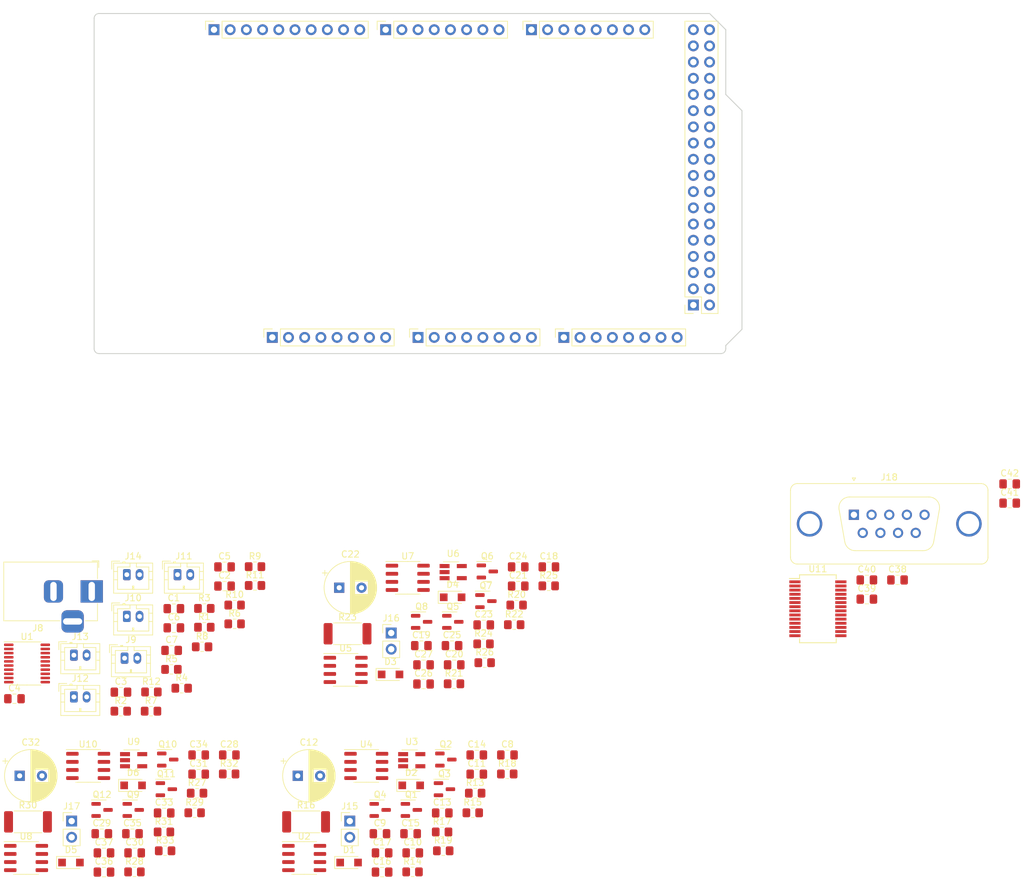
<source format=kicad_pcb>
(kicad_pcb (version 20211014) (generator pcbnew)
  (title_block (date "mar. 31 mars 2015"))
  (layers (0 "F.Cu" signal) (31 "B.Cu" signal) (34 "B.Paste" user) (35 "F.Paste" user) (36 "B.SilkS" user "B.Silkscreen") (37 "F.SilkS" user "F.Silkscreen") (38 "B.Mask" user) (39 "F.Mask" user) (44 "Edge.Cuts" user))
  (net 0 "")
  (net 1 "GND")
  (net 2 "/*52")
  (net 3 "/53")
  (net 4 "/50")
  (net 5 "/51")
  (net 6 "/48")
  (net 7 "/49")
  (net 8 "/*46")
  (net 9 "/47")
  (net 10 "/*44")
  (net 11 "/*45")
  (net 12 "/42")
  (net 13 "/43")
  (net 14 "/40")
  (net 15 "/41")
  (net 16 "/38")
  (net 17 "/39")
  (net 18 "/36")
  (net 19 "/37")
  (net 20 "/34")
  (net 21 "/35")
  (net 22 "/32")
  (net 23 "/33")
  (net 24 "/30")
  (net 25 "/31")
  (net 26 "/28")
  (net 27 "/29")
  (net 28 "/26")
  (net 29 "/27")
  (net 30 "/24")
  (net 31 "/25")
  (net 32 "/22")
  (net 33 "/23")
  (net 34 "+5V")
  (net 35 "/IOREF")
  (net 36 "/A0")
  (net 37 "/A1")
  (net 38 "/A2")
  (net 39 "/A3")
  (net 40 "/A4")
  (net 41 "/A5")
  (net 42 "/A6")
  (net 43 "/A7")
  (net 44 "/A8")
  (net 45 "/A9")
  (net 46 "/A10")
  (net 47 "/A11")
  (net 48 "/A12")
  (net 49 "/A13")
  (net 50 "/A14")
  (net 51 "/A15")
  (net 52 "/AREF")
  (net 53 "/*13")
  (net 54 "/*12")
  (net 55 "/*11")
  (net 56 "/*10")
  (net 57 "/*9")
  (net 58 "/*8")
  (net 59 "/*7")
  (net 60 "/*6")
  (net 61 "/*5")
  (net 62 "/*4")
  (net 63 "/*3")
  (net 64 "/*2")
  (net 65 "/TX0{slash}1")
  (net 66 "/RX0{slash}0")
  (net 67 "+3V3")
  (net 68 "/TX3{slash}14")
  (net 69 "/RX3{slash}15")
  (net 70 "/TX2{slash}16")
  (net 71 "/RX2{slash}17")
  (net 72 "/TX1{slash}18")
  (net 73 "/RX1{slash}19")
  (net 74 "/SDA{slash}20")
  (net 75 "/SCL{slash}21")
  (net 76 "VCC")
  (net 77 "/~{RESET}")
  (net 79 "/SW00")
  (net 80 "/SW01")
  (net 81 "/SW10")
  (net 82 "/SW11")
  (net 83 "/SW20")
  (net 84 "/SW21")
  (net 85 "Net-(C10-Pad1)")
  (net 86 "Net-(C9-Pad1)")
  (net 87 "/H-bridge #1/Motor_L")
  (net 88 "Net-(C15-Pad1)")
  (net 89 "/H-bridge #1/Motor_R")
  (net 90 "Net-(C18-Pad1)")
  (net 91 "Net-(C19-Pad1)")
  (net 92 "/H-bridge #2/Motor_L")
  (net 93 "Net-(C25-Pad1)")
  (net 94 "/H-bridge #2/Motor_R")
  (net 95 "Net-(C28-Pad1)")
  (net 96 "Net-(C29-Pad1)")
  (net 97 "/H-bridge #3/Motor_L")
  (net 98 "Net-(C35-Pad1)")
  (net 99 "/H-bridge #3/Motor_R")
  (net 100 "Net-(D1-Pad2)")
  (net 101 "Net-(D2-Pad2)")
  (net 102 "Net-(D3-Pad2)")
  (net 103 "Net-(D4-Pad2)")
  (net 104 "Net-(D5-Pad2)")
  (net 105 "Net-(D6-Pad2)")
  (net 106 "+12V")
  (net 107 "Net-(J9-Pad2)")
  (net 108 "Net-(J10-Pad2)")
  (net 109 "Net-(J11-Pad2)")
  (net 110 "Net-(J12-Pad2)")
  (net 111 "Net-(J13-Pad2)")
  (net 112 "Net-(J14-Pad2)")
  (net 113 "Net-(Q1-Pad1)")
  (net 114 "Net-(Q2-Pad1)")
  (net 115 "Net-(Q3-Pad1)")
  (net 116 "Net-(Q4-Pad1)")
  (net 117 "Net-(Q5-Pad1)")
  (net 118 "Net-(Q6-Pad1)")
  (net 119 "Net-(Q7-Pad1)")
  (net 120 "Net-(Q8-Pad1)")
  (net 121 "Net-(Q9-Pad1)")
  (net 122 "Net-(Q10-Pad1)")
  (net 123 "Net-(Q11-Pad1)")
  (net 124 "Net-(Q12-Pad1)")
  (net 125 "Net-(R14-Pad1)")
  (net 126 "Net-(R15-Pad1)")
  (net 127 "Net-(R17-Pad2)")
  (net 128 "Net-(R18-Pad2)")
  (net 129 "Net-(R21-Pad1)")
  (net 130 "Net-(R22-Pad1)")
  (net 131 "Net-(R24-Pad2)")
  (net 132 "Net-(R25-Pad2)")
  (net 133 "Net-(R28-Pad1)")
  (net 134 "Net-(R29-Pad1)")
  (net 135 "Net-(R31-Pad2)")
  (net 136 "Net-(R32-Pad2)")
  (net 139 "/13")
  (net 140 "/12")
  (net 141 "/8")
  (net 142 "/7")
  (net 143 "/4")
  (net 144 "/2")
  (net 145 "/RS-232/C1-")
  (net 146 "/RS-232/C1+")
  (net 147 "/RS-232/V-")
  (net 148 "/RS-232/C2-")
  (net 149 "/RS-232/C2+")
  (net 150 "/RS-232/V+")
  (net 151 "VBUS")
  (net 152 "/RS-232/DCD")
  (net 153 "/RS-232/RX")
  (net 154 "/RS-232/TX")
  (net 155 "/RS-232/DTR")
  (net 156 "/RS-232/DSR")
  (net 157 "/RS-232/RTS")
  (net 158 "/RS-232/CTS")
  (net 159 "/RS-232/RI")
  (footprint "Connector_PinSocket_2.54mm:PinSocket_2x18_P2.54mm_Vertical" (layer "F.Cu") (at 193.98 92.38 180)
    (fp_text reference "J7" hide)
    (fp_text value "Digital")
    (pad "1" thru_hole rect locked (at 0 0 180) (size 1.7 1.7) (drill 1) (layers *.Cu *.Mask) (net 1 "GND"))
    (pad "2" thru_hole oval locked (at -2.54 0 180) (size 1.7 1.7) (drill 1) (layers *.Cu *.Mask) (net 1 "GND"))
    (pad "3" thru_hole oval locked (at 0 2.54 180) (size 1.7 1.7) (drill 1) (layers *.Cu *.Mask) (net 2 "/*52"))
    (pad "4" thru_hole oval locked (at -2.54 2.54 180) (size 1.7 1.7) (drill 1) (layers *.Cu *.Mask) (net 3 "/53"))
    (pad "5" thru_hole oval locked (at 0 5.08 180) (size 1.7 1.7) (drill 1) (layers *.Cu *.Mask) (net 4 "/50"))
    (pad "6" thru_hole oval locked (at -2.54 5.08 180) (size 1.7 1.7) (drill 1) (layers *.Cu *.Mask) (net 5 "/51"))
    (pad "7" thru_hole oval locked (at 0 7.62 180) (size 1.7 1.7) (drill 1) (layers *.Cu *.Mask) (net 6 "/48"))
    (pad "8" thru_hole oval locked (at -2.54 7.62 180) (size 1.7 1.7) (drill 1) (layers *.Cu *.Mask) (net 7 "/49"))
    (pad "9" thru_hole oval locked (at 0 10.16 180) (size 1.7 1.7) (drill 1) (layers *.Cu *.Mask) (net 8 "/*46"))
    (pad "10" thru_hole oval locked (at -2.54 10.16 180) (size 1.7 1.7) (drill 1) (layers *.Cu *.Mask) (net 9 "/47"))
    (pad "11" thru_hole oval locked (at 0 12.7 180) (size 1.7 1.7) (drill 1) (layers *.Cu *.Mask) (net 10 "/*44"))
    (pad "12" thru_hole oval locked (at -2.54 12.7 180) (size 1.7 1.7) (drill 1) (layers *.Cu *.Mask) (net 11 "/*45"))
    (pad "13" thru_hole oval locked (at 0 15.24 180) (size 1.7 1.7) (drill 1) (layers *.Cu *.Mask) (net 12 "/42"))
    (pad "14" thru_hole oval locked (at -2.54 15.24 180) (size 1.7 1.7) (drill 1) (layers *.Cu *.Mask) (net 13 "/43"))
    (pad "15" thru_hole oval locked (at 0 17.78 180) (size 1.7 1.7) (drill 1) (layers *.Cu *.Mask) (net 14 "/40"))
    (pad "16" thru_hole oval locked (at -2.54 17.78 180) (size 1.7 1.7) (drill 1) (layers *.Cu *.Mask) (net 15 "/41"))
    (pad "17" thru_hole oval locked (at 0 20.32 180) (size 1.7 1.7) (drill 1) (layers *.Cu *.Mask) (net 16 "/38"))
    (pad "18" thru_hole oval locked (at -2.54 20.32 180) (size 1.7 1.7) (drill 1) (layers *.Cu *.Mask) (net 17 "/39"))
    (pad "19" thru_hole oval locked (at 0 22.86 180) (size 1.7 1.7) (drill 1) (layers *.Cu *.Mask) (net 18 "/36"))
    (pad "20" thru_hole oval locked (at -2.54 22.86 180) (size 1.7 1.7) (drill 1) (layers *.Cu *.Mask) (net 19 "/37"))
    (pad "21" thru_hole oval locked (at 0 25.4 180) (size 1.7 1.7) (drill 1) (layers *.Cu *.Mask) (net 20 "/34"))
    (pad "22" thru_hole oval locked (at -2.54 25.4 180) (size 1.7 1.7) (drill 1) (layers *.Cu *.Mask) (net 21 "/35"))
    (pad "23" thru_hole oval locked (at 0 27.94 180) (size 1.7 1.7) (drill 1) (layers *.Cu *.Mask) (net 22 "/32"))
    (pad "24" thru_hole oval locked (at -2.54 27.94 180) (size 1.7 1.7) (drill 1) (layers *.Cu *.Mask) (net 23 "/33"))
    (pad "25" thru_hole oval locked (at 0 30.48 180) (size 1.7 1.7) (drill 1) (layers *.Cu *.Mask) (net 24 "/30"))
    (pad "26" thru_hole oval locked (at -2.54 30.48 180) (size 1.7 1.7) (drill 1) (layers *.Cu *.Mask) (net 25 "/31"))
    (pad "27" thru_hole oval locked (at 0 33.02 180) (size 1.7 1.7) (drill 1) (layers *.Cu *.Mask) (net 26 "/28"))
    (pad "28" thru_hole oval locked (at -2.54 33.02 180) (size 1.7 1.7) (drill 1) (layers *.Cu *.Mask) (net 27 "/29"))
    (pad "29" thru_hole oval locked (at 0 35.56 180) (size 1.7 1.7) (drill 1) (layers *.Cu *.Mask) (net 28 "/26"))
    (pad "30" thru_hole oval locked (at -2.54 35.56 180) (size 1.7 1.7) (drill 1) (layers *.Cu *.Mask) (net 29 "/27"))
    (pad "31" thru_hole oval locked (at 0 38.1 180) (size 1.7 1.7) (drill 1) (layers *.Cu *.Mask) (net 30 "/24"))
    (pad "32" thru_hole oval locked (at -2.54 38.1 180) (size 1.7 1.7) (drill 1) (layers *.Cu *.Mask) (net 31 "/25"))
    (pad "33" thru_hole oval locked (at 0 40.64 180) (size 1.7 1.7) (drill 1) (layers *.Cu *.Mask) (net 32 "/22"))
    (pad "34" thru_hole oval locked (at -2.54 40.64 180) (size 1.7 1.7) (drill 1) (layers *.Cu *.Mask) (net 33 "/23"))
    (pad "35" thru_hole oval locked (at 0 43.18 180) (size 1.7 1.7) (drill 1) (layers *.Cu *.Mask) (net 34 "+5V"))
    (pad "36" thru_hole oval locked (at -2.54 43.18 180) (size 1.7 1.7) (drill 1) (layers *.Cu *.Mask) (net 34 "+5V"))
  )
  (footprint "Connector_PinSocket_2.54mm:PinSocket_1x08_P2.54mm_Vertical" (layer "F.Cu") (at 127.94 97.46 90)
    (fp_text reference "J1" hide)
    (fp_text value "Power")
    (pad "1" thru_hole rect locked (at 0 0 90) (size 1.7 1.7) (drill 1) (layers *.Cu *.Mask))
    (pad "2" thru_hole oval locked (at 0 2.54 90) (size 1.7 1.7) (drill 1) (layers *.Cu *.Mask) (net 35 "/IOREF"))
    (pad "3" thru_hole oval locked (at 0 5.08 90) (size 1.7 1.7) (drill 1) (layers *.Cu *.Mask) (net 77 "/~{RESET}"))
    (pad "4" thru_hole oval locked (at 0 7.62 90) (size 1.7 1.7) (drill 1) (layers *.Cu *.Mask) (net 67 "+3V3"))
    (pad "5" thru_hole oval locked (at 0 10.16 90) (size 1.7 1.7) (drill 1) (layers *.Cu *.Mask) (net 34 "+5V"))
    (pad "6" thru_hole oval locked (at 0 12.7 90) (size 1.7 1.7) (drill 1) (layers *.Cu *.Mask) (net 1 "GND"))
    (pad "7" thru_hole oval locked (at 0 15.24 90) (size 1.7 1.7) (drill 1) (layers *.Cu *.Mask) (net 1 "GND"))
    (pad "8" thru_hole oval locked (at 0 17.78 90) (size 1.7 1.7) (drill 1) (layers *.Cu *.Mask) (net 76 "VCC"))
  )
  (footprint "Connector_PinSocket_2.54mm:PinSocket_1x08_P2.54mm_Vertical" (layer "F.Cu") (at 150.8 97.46 90)
    (fp_text reference "J3" hide)
    (fp_text value "Analog")
    (pad "1" thru_hole rect locked (at 0 0 90) (size 1.7 1.7) (drill 1) (layers *.Cu *.Mask) (net 36 "/A0"))
    (pad "2" thru_hole oval locked (at 0 2.54 90) (size 1.7 1.7) (drill 1) (layers *.Cu *.Mask) (net 37 "/A1"))
    (pad "3" thru_hole oval locked (at 0 5.08 90) (size 1.7 1.7) (drill 1) (layers *.Cu *.Mask) (net 38 "/A2"))
    (pad "4" thru_hole oval locked (at 0 7.62 90) (size 1.7 1.7) (drill 1) (layers *.Cu *.Mask) (net 39 "/A3"))
    (pad "5" thru_hole oval locked (at 0 10.16 90) (size 1.7 1.7) (drill 1) (layers *.Cu *.Mask) (net 40 "/A4"))
    (pad "6" thru_hole oval locked (at 0 12.7 90) (size 1.7 1.7) (drill 1) (layers *.Cu *.Mask) (net 41 "/A5"))
    (pad "7" thru_hole oval locked (at 0 15.24 90) (size 1.7 1.7) (drill 1) (layers *.Cu *.Mask) (net 42 "/A6"))
    (pad "8" thru_hole oval locked (at 0 17.78 90) (size 1.7 1.7) (drill 1) (layers *.Cu *.Mask) (net 43 "/A7"))
  )
  (footprint "Connector_PinSocket_2.54mm:PinSocket_1x08_P2.54mm_Vertical" (layer "F.Cu") (at 173.66 97.46 90)
    (fp_text reference "J5" hide)
    (fp_text value "Analog")
    (pad "1" thru_hole rect locked (at 0 0 90) (size 1.7 1.7) (drill 1) (layers *.Cu *.Mask) (net 44 "/A8"))
    (pad "2" thru_hole oval locked (at 0 2.54 90) (size 1.7 1.7) (drill 1) (layers *.Cu *.Mask) (net 45 "/A9"))
    (pad "3" thru_hole oval locked (at 0 5.08 90) (size 1.7 1.7) (drill 1) (layers *.Cu *.Mask) (net 46 "/A10"))
    (pad "4" thru_hole oval locked (at 0 7.62 90) (size 1.7 1.7) (drill 1) (layers *.Cu *.Mask) (net 47 "/A11"))
    (pad "5" thru_hole oval locked (at 0 10.16 90) (size 1.7 1.7) (drill 1) (layers *.Cu *.Mask) (net 48 "/A12"))
    (pad "6" thru_hole oval locked (at 0 12.7 90) (size 1.7 1.7) (drill 1) (layers *.Cu *.Mask) (net 49 "/A13"))
    (pad "7" thru_hole oval locked (at 0 15.24 90) (size 1.7 1.7) (drill 1) (layers *.Cu *.Mask) (net 50 "/A14"))
    (pad "8" thru_hole oval locked (at 0 17.78 90) (size 1.7 1.7) (drill 1) (layers *.Cu *.Mask) (net 51 "/A15"))
  )
  (footprint "Connector_PinSocket_2.54mm:PinSocket_1x10_P2.54mm_Vertical" (layer "F.Cu") (at 118.796 49.2 90)
    (fp_text reference "J2" hide)
    (fp_text value "PWM")
    (pad "1" thru_hole rect locked (at 0 0 90) (size 1.7 1.7) (drill 1) (layers *.Cu *.Mask) (net 75 "/SCL{slash}21"))
    (pad "2" thru_hole oval locked (at 0 2.54 90) (size 1.7 1.7) (drill 1) (layers *.Cu *.Mask) (net 74 "/SDA{slash}20"))
    (pad "3" thru_hole oval locked (at 0 5.08 90) (size 1.7 1.7) (drill 1) (layers *.Cu *.Mask) (net 52 "/AREF"))
    (pad "4" thru_hole oval locked (at 0 7.62 90) (size 1.7 1.7) (drill 1) (layers *.Cu *.Mask) (net 1 "GND"))
    (pad "5" thru_hole oval locked (at 0 10.16 90) (size 1.7 1.7) (drill 1) (layers *.Cu *.Mask) (net 53 "/*13"))
    (pad "6" thru_hole oval locked (at 0 12.7 90) (size 1.7 1.7) (drill 1) (layers *.Cu *.Mask) (net 54 "/*12"))
    (pad "7" thru_hole oval locked (at 0 15.24 90) (size 1.7 1.7) (drill 1) (layers *.Cu *.Mask) (net 55 "/*11"))
    (pad "8" thru_hole oval locked (at 0 17.78 90) (size 1.7 1.7) (drill 1) (layers *.Cu *.Mask) (net 56 "/*10"))
    (pad "9" thru_hole oval locked (at 0 20.32 90) (size 1.7 1.7) (drill 1) (layers *.Cu *.Mask) (net 57 "/*9"))
    (pad "10" thru_hole oval locked (at 0 22.86 90) (size 1.7 1.7) (drill 1) (layers *.Cu *.Mask) (net 58 "/*8"))
  )
  (footprint "Connector_PinSocket_2.54mm:PinSocket_1x08_P2.54mm_Vertical" (layer "F.Cu") (at 145.72 49.2 90)
    (fp_text reference "J4" hide)
    (fp_text value "PWM")
    (pad "1" thru_hole rect locked (at 0 0 90) (size 1.7 1.7) (drill 1) (layers *.Cu *.Mask) (net 59 "/*7"))
    (pad "2" thru_hole oval locked (at 0 2.54 90) (size 1.7 1.7) (drill 1) (layers *.Cu *.Mask) (net 60 "/*6"))
    (pad "3" thru_hole oval locked (at 0 5.08 90) (size 1.7 1.7) (drill 1) (layers *.Cu *.Mask) (net 61 "/*5"))
    (pad "4" thru_hole oval locked (at 0 7.62 90) (size 1.7 1.7) (drill 1) (layers *.Cu *.Mask) (net 62 "/*4"))
    (pad "5" thru_hole oval locked (at 0 10.16 90) (size 1.7 1.7) (drill 1) (layers *.Cu *.Mask) (net 63 "/*3"))
    (pad "6" thru_hole oval locked (at 0 12.7 90) (size 1.7 1.7) (drill 1) (layers *.Cu *.Mask) (net 64 "/*2"))
    (pad "7" thru_hole oval locked (at 0 15.24 90) (size 1.7 1.7) (drill 1) (layers *.Cu *.Mask) (net 65 "/TX0{slash}1"))
    (pad "8" thru_hole oval locked (at 0 17.78 90) (size 1.7 1.7) (drill 1) (layers *.Cu *.Mask) (net 66 "/RX0{slash}0"))
  )
  (footprint "Connector_PinSocket_2.54mm:PinSocket_1x08_P2.54mm_Vertical" (layer "F.Cu") (at 168.58 49.2 90)
    (fp_text reference "J6" hide)
    (fp_text value "Communication")
    (pad "1" thru_hole rect locked (at 0 0 90) (size 1.7 1.7) (drill 1) (layers *.Cu *.Mask) (net 68 "/TX3{slash}14"))
    (pad "2" thru_hole oval locked (at 0 2.54 90) (size 1.7 1.7) (drill 1) (layers *.Cu *.Mask) (net 69 "/RX3{slash}15"))
    (pad "3" thru_hole oval locked (at 0 5.08 90) (size 1.7 1.7) (drill 1) (layers *.Cu *.Mask) (net 70 "/TX2{slash}16"))
    (pad "4" thru_hole oval locked (at 0 7.62 90) (size 1.7 1.7) (drill 1) (layers *.Cu *.Mask) (net 71 "/RX2{slash}17"))
    (pad "5" thru_hole oval locked (at 0 10.16 90) (size 1.7 1.7) (drill 1) (layers *.Cu *.Mask) (net 72 "/TX1{slash}18"))
    (pad "6" thru_hole oval locked (at 0 12.7 90) (size 1.7 1.7) (drill 1) (layers *.Cu *.Mask) (net 73 "/RX1{slash}19"))
    (pad "7" thru_hole oval locked (at 0 15.24 90) (size 1.7 1.7) (drill 1) (layers *.Cu *.Mask) (net 74 "/SDA{slash}20"))
    (pad "8" thru_hole oval locked (at 0 17.78 90) (size 1.7 1.7) (drill 1) (layers *.Cu *.Mask) (net 75 "/SCL{slash}21"))
  )
  (footprint "Resistor_SMD:R_0805_2012Metric_Pad1.20x1.40mm_HandSolder" (layer "F.Cu") (at 171.29 136.43)
    (fp_text reference "R25" (at 0 -1.65) (layer "F.SilkS"))
    (fp_text value "10R")
    (pad "1" smd roundrect (at -1 0) (size 1.2 1.4) (layers "F.Cu" "F.Paste" "F.Mask") (roundrect_rratio 0.208333) (net 120 "Net-(Q8-Pad1)"))
    (pad "2" smd roundrect (at 1 0) (size 1.2 1.4) (layers "F.Cu" "F.Paste" "F.Mask") (roundrect_rratio 0.208333) (net 132 "Net-(R25-Pad2)"))
  )
  (footprint "Capacitor_SMD:C_0805_2012Metric_Pad1.18x1.45mm_HandSolder" (layer "F.Cu") (at 243.59 120.44)
    (fp_text reference "C42" (at 0 -1.68) (layer "F.SilkS"))
    (fp_text value "0.1uC")
    (pad "1" smd roundrect (at -1.0375 0) (size 1.175 1.45) (layers "F.Cu" "F.Paste" "F.Mask") (roundrect_rratio 0.212766) (net 1 "GND"))
    (pad "2" smd roundrect (at 1.0375 0) (size 1.175 1.45) (layers "F.Cu" "F.Paste" "F.Mask") (roundrect_rratio 0.212766) (net 151 "VBUS"))
  )
  (footprint "Resistor_SMD:R_0805_2012Metric_Pad1.20x1.40mm_HandSolder" (layer "F.Cu") (at 117.28 139.97)
    (fp_text reference "R3" (at 0 -1.65) (layer "F.SilkS"))
    (fp_text value "10kR")
    (pad "1" smd roundrect (at -1 0) (size 1.2 1.4) (layers "F.Cu" "F.Paste" "F.Mask") (roundrect_rratio 0.208333) (net 34 "+5V"))
    (pad "2" smd roundrect (at 1 0) (size 1.2 1.4) (layers "F.Cu" "F.Paste" "F.Mask") (roundrect_rratio 0.208333) (net 109 "Net-(J11-Pad2)"))
  )
  (footprint "Package_TO_SOT_SMD:SOT-23" (layer "F.Cu") (at 111.54 163.67)
    (fp_text reference "Q10" (at 0 -2.4) (layer "F.SilkS"))
    (fp_text value "Q_NMOS_GSD")
    (pad "1" smd roundrect (at -0.9375 -0.95) (size 1.475 0.6) (layers "F.Cu" "F.Paste" "F.Mask") (net 122 "Net-(Q10-Pad1)"))
    (pad "2" smd roundrect (at -0.9375 0.95) (size 1.475 0.6) (layers "F.Cu" "F.Paste" "F.Mask") (net 1 "GND"))
    (pad "3" smd roundrect (at 0.9375 0) (size 1.475 0.6) (layers "F.Cu" "F.Paste" "F.Mask") (net 97 "/H-bridge #3/Motor_L"))
  )
  (footprint "Diode_SMD:Nexperia_CFP3_SOD-123W" (layer "F.Cu") (at 149.725 167.72)
    (fp_text reference "D2" (at 0 -2) (layer "F.SilkS"))
    (fp_text value "PMEG6010ER")
    (pad "1" smd rect (at -1.4 0) (size 1.2 1.2) (layers "F.Cu" "F.Paste" "F.Mask") (net 88 "Net-(C15-Pad1)"))
    (pad "2" smd rect (at 1.4 0) (size 1.2 1.2) (layers "F.Cu" "F.Paste" "F.Mask") (net 101 "Net-(D2-Pad2)"))
  )
  (footprint "Resistor_SMD:R_0805_2012Metric_Pad1.20x1.40mm_HandSolder" (layer "F.Cu") (at 106.32 181.29)
    (fp_text reference "R28" (at 0 -1.65) (layer "F.SilkS"))
    (fp_text value "10R")
    (pad "1" smd roundrect (at -1 0) (size 1.2 1.4) (layers "F.Cu" "F.Paste" "F.Mask") (roundrect_rratio 0.208333) (net 133 "Net-(R28-Pad1)"))
    (pad "2" smd roundrect (at 1 0) (size 1.2 1.4) (layers "F.Cu" "F.Paste" "F.Mask") (roundrect_rratio 0.208333) (net 121 "Net-(Q9-Pad1)"))
  )
  (footprint "Resistor_SMD:R_0805_2012Metric_Pad1.20x1.40mm_HandSolder" (layer "F.Cu") (at 116.14 168.94)
    (fp_text reference "R27" (at 0 -1.65) (layer "F.SilkS"))
    (fp_text value "10R")
    (pad "1" smd roundrect (at -1 0) (size 1.2 1.4) (layers "F.Cu" "F.Paste" "F.Mask") (roundrect_rratio 0.208333) (net 95 "Net-(C28-Pad1)"))
    (pad "2" smd roundrect (at 1 0) (size 1.2 1.4) (layers "F.Cu" "F.Paste" "F.Mask") (roundrect_rratio 0.208333) (net 104 "Net-(D5-Pad2)"))
  )
  (footprint "Package_SO:SOIC-8_3.9x4.9mm_P1.27mm" (layer "F.Cu") (at 132.94 179.11)
    (fp_text reference "U2" (at 0 -3.4) (layer "F.SilkS"))
    (fp_text value "IR2103")
    (pad "1" smd roundrect (at -2.475 -1.905) (size 1.95 0.6) (layers "F.Cu" "F.Paste" "F.Mask") (net 85 "Net-(C10-Pad1)"))
    (pad "2" smd roundrect (at -2.475 -0.635) (size 1.95 0.6) (layers "F.Cu" "F.Paste" "F.Mask") (net 63 "/*3"))
    (pad "3" smd roundrect (at -2.475 0.635) (size 1.95 0.6) (layers "F.Cu" "F.Paste" "F.Mask") (net 63 "/*3"))
    (pad "4" smd roundrect (at -2.475 1.905) (size 1.95 0.6) (layers "F.Cu" "F.Paste" "F.Mask") (net 1 "GND"))
    (pad "5" smd roundrect (at 2.475 1.905) (size 1.95 0.6) (layers "F.Cu" "F.Paste" "F.Mask") (net 126 "Net-(R15-Pad1)"))
    (pad "6" smd roundrect (at 2.475 0.635) (size 1.95 0.6) (layers "F.Cu" "F.Paste" "F.Mask") (net 87 "/H-bridge #1/Motor_L"))
    (pad "7" smd roundrect (at 2.475 -0.635) (size 1.95 0.6) (layers "F.Cu" "F.Paste" "F.Mask") (net 125 "Net-(R14-Pad1)"))
    (pad "8" smd roundrect (at 2.475 -1.905) (size 1.95 0.6) (layers "F.Cu" "F.Paste" "F.Mask") (net 86 "Net-(C9-Pad1)"))
  )
  (footprint "Package_TO_SOT_SMD:SOT-23" (layer "F.Cu") (at 161.44 138.82)
    (fp_text reference "Q7" (at 0 -2.4) (layer "F.SilkS"))
    (fp_text value "Q_NMOS_GSD")
    (pad "1" smd roundrect (at -0.9375 -0.95) (size 1.475 0.6) (layers "F.Cu" "F.Paste" "F.Mask") (net 119 "Net-(Q7-Pad1)"))
    (pad "2" smd roundrect (at -0.9375 0.95) (size 1.475 0.6) (layers "F.Cu" "F.Paste" "F.Mask") (net 94 "/H-bridge #2/Motor_R"))
    (pad "3" smd roundrect (at 0.9375 0) (size 1.475 0.6) (layers "F.Cu" "F.Paste" "F.Mask") (net 90 "Net-(C18-Pad1)"))
  )
  (footprint "Resistor_SMD:R_0805_2012Metric_Pad1.20x1.40mm_HandSolder" (layer "F.Cu") (at 154.75 177.98)
    (fp_text reference "R19" (at 0 -1.65) (layer "F.SilkS"))
    (fp_text value "10R")
    (pad "1" smd roundrect (at -1 0) (size 1.2 1.4) (layers "F.Cu" "F.Paste" "F.Mask") (roundrect_rratio 0.208333) (net 85 "Net-(C10-Pad1)"))
    (pad "2" smd roundrect (at 1 0) (size 1.2 1.4) (layers "F.Cu" "F.Paste" "F.Mask") (roundrect_rratio 0.208333) (net 101 "Net-(D2-Pad2)"))
  )
  (footprint "Package_TO_SOT_SMD:SOT-23" (layer "F.Cu") (at 151.36 142.07)
    (fp_text reference "Q8" (at 0 -2.4) (layer "F.SilkS"))
    (fp_text value "Q_NMOS_GSD")
    (pad "1" smd roundrect (at -0.9375 -0.95) (size 1.475 0.6) (layers "F.Cu" "F.Paste" "F.Mask") (net 120 "Net-(Q8-Pad1)"))
    (pad "2" smd roundrect (at -0.9375 0.95) (size 1.475 0.6) (layers "F.Cu" "F.Paste" "F.Mask") (net 1 "GND"))
    (pad "3" smd roundrect (at 0.9375 0) (size 1.475 0.6) (layers "F.Cu" "F.Paste" "F.Mask") (net 94 "/H-bridge #2/Motor_R"))
  )
  (footprint "Capacitor_SMD:C_0805_2012Metric_Pad1.18x1.45mm_HandSolder" (layer "F.Cu") (at 112.5 140)
    (fp_text reference "C1" (at 0 -1.68) (layer "F.SilkS"))
    (fp_text value "0.1uC")
    (pad "1" smd roundrect (at -1.0375 0) (size 1.175 1.45) (layers "F.Cu" "F.Paste" "F.Mask") (roundrect_rratio 0.212766) (net 79 "/SW00"))
    (pad "2" smd roundrect (at 1.0375 0) (size 1.175 1.45) (layers "F.Cu" "F.Paste" "F.Mask") (roundrect_rratio 0.212766) (net 1 "GND"))
  )
  (footprint "Capacitor_SMD:C_0805_2012Metric_Pad1.18x1.45mm_HandSolder" (layer "F.Cu") (at 156.47 148.81)
    (fp_text reference "C20" (at 0 -1.68) (layer "F.SilkS"))
    (fp_text value "1uC")
    (pad "1" smd roundrect (at -1.0375 0) (size 1.175 1.45) (layers "F.Cu" "F.Paste" "F.Mask") (roundrect_rratio 0.212766) (net 90 "Net-(C18-Pad1)"))
    (pad "2" smd roundrect (at 1.0375 0) (size 1.175 1.45) (layers "F.Cu" "F.Paste" "F.Mask") (roundrect_rratio 0.212766) (net 1 "GND"))
  )
  (footprint "Capacitor_SMD:C_0805_2012Metric_Pad1.18x1.45mm_HandSolder" (layer "F.Cu") (at 121.2 162.95)
    (fp_text reference "C28" (at 0 -1.68) (layer "F.SilkS"))
    (fp_text value "1uC")
    (pad "1" smd roundrect (at -1.0375 0) (size 1.175 1.45) (layers "F.Cu" "F.Paste" "F.Mask") (roundrect_rratio 0.212766) (net 95 "Net-(C28-Pad1)"))
    (pad "2" smd roundrect (at 1.0375 0) (size 1.175 1.45) (layers "F.Cu" "F.Paste" "F.Mask") (roundrect_rratio 0.212766) (net 1 "GND"))
  )
  (footprint "Capacitor_SMD:C_0805_2012Metric_Pad1.18x1.45mm_HandSolder" (layer "F.Cu") (at 120.45 133.45)
    (fp_text reference "C5" (at 0 -1.68) (layer "F.SilkS"))
    (fp_text value "0.1uC")
    (pad "1" smd roundrect (at -1.0375 0) (size 1.175 1.45) (layers "F.Cu" "F.Paste" "F.Mask") (roundrect_rratio 0.212766) (net 83 "/SW20"))
    (pad "2" smd roundrect (at 1.0375 0) (size 1.175 1.45) (layers "F.Cu" "F.Paste" "F.Mask") (roundrect_rratio 0.212766) (net 1 "GND"))
  )
  (footprint "Resistor_SMD:R_0805_2012Metric_Pad1.20x1.40mm_HandSolder" (layer "F.Cu") (at 154.57 175.03)
    (fp_text reference "R17" (at 0 -1.65) (layer "F.SilkS"))
    (fp_text value "10R")
    (pad "1" smd roundrect (at -1 0) (size 1.2 1.4) (layers "F.Cu" "F.Paste" "F.Mask") (roundrect_rratio 0.208333) (net 115 "Net-(Q3-Pad1)"))
    (pad "2" smd roundrect (at 1 0) (size 1.2 1.4) (layers "F.Cu" "F.Paste" "F.Mask") (roundrect_rratio 0.208333) (net 127 "Net-(R17-Pad2)"))
  )
  (footprint "Resistor_SMD:R_0805_2012Metric_Pad1.20x1.40mm_HandSolder" (layer "F.Cu") (at 161.07 145.53)
    (fp_text reference "R24" (at 0 -1.65) (layer "F.SilkS"))
    (fp_text value "10R")
    (pad "1" smd roundrect (at -1 0) (size 1.2 1.4) (layers "F.Cu" "F.Paste" "F.Mask") (roundrect_rratio 0.208333) (net 119 "Net-(Q7-Pad1)"))
    (pad "2" smd roundrect (at 1 0) (size 1.2 1.4) (layers "F.Cu" "F.Paste" "F.Mask") (roundrect_rratio 0.208333) (net 131 "Net-(R24-Pad2)"))
  )
  (footprint "Resistor_SMD:R_0805_2012Metric_Pad1.20x1.40mm_HandSolder" (layer "F.Cu") (at 115.76 172.02)
    (fp_text reference "R29" (at 0 -1.65) (layer "F.SilkS"))
    (fp_text value "10R")
    (pad "1" smd roundrect (at -1 0) (size 1.2 1.4) (layers "F.Cu" "F.Paste" "F.Mask") (roundrect_rratio 0.208333) (net 134 "Net-(R29-Pad1)"))
    (pad "2" smd roundrect (at 1 0) (size 1.2 1.4) (layers "F.Cu" "F.Paste" "F.Mask") (roundrect_rratio 0.208333) (net 122 "Net-(Q10-Pad1)"))
  )
  (footprint "Resistor_SMD:R_0805_2012Metric_Pad1.20x1.40mm_HandSolder" (layer "F.Cu") (at 156.44 151.79)
    (fp_text reference "R21" (at 0 -1.65) (layer "F.SilkS"))
    (fp_text value "10R")
    (pad "1" smd roundrect (at -1 0) (size 1.2 1.4) (layers "F.Cu" "F.Paste" "F.Mask") (roundrect_rratio 0.208333) (net 129 "Net-(R21-Pad1)"))
    (pad "2" smd roundrect (at 1 0) (size 1.2 1.4) (layers "F.Cu" "F.Paste" "F.Mask") (roundrect_rratio 0.208333) (net 117 "Net-(Q5-Pad1)"))
  )
  (footprint "Arduino_MountingHole:MountingHole_3.2mm" (layer "F.Cu") (at 196.52 97.46)
    (fp_text reference "MH6" hide)
    (fp_text value "MountingHole_3.2mm" hide)
    (pad "" np_thru_hole circle locked (at 0 0) (size 3.2 3.2) (drill 3.2) (layers *.Cu *.Mask))
  )
  (footprint "Capacitor_SMD:C_0805_2012Metric_Pad1.18x1.45mm_HandSolder" (layer "F.Cu") (at 166.51 136.46)
    (fp_text reference "C21" (at 0 -1.68) (layer "F.SilkS"))
    (fp_text value "1uC")
    (pad "1" smd roundrect (at -1.0375 0) (size 1.175 1.45) (layers "F.Cu" "F.Paste" "F.Mask") (roundrect_rratio 0.212766) (net 90 "Net-(C18-Pad1)"))
    (pad "2" smd roundrect (at 1.0375 0) (size 1.175 1.45) (layers "F.Cu" "F.Paste" "F.Mask") (roundrect_rratio 0.212766) (net 1 "GND"))
  )
  (footprint "Package_TO_SOT_SMD:SOT-23" (layer "F.Cu") (at 144.86 171.57)
    (fp_text reference "Q4" (at 0 -2.4) (layer "F.SilkS"))
    (fp_text value "Q_NMOS_GSD")
    (pad "1" smd roundrect (at -0.9375 -0.95) (size 1.475 0.6) (layers "F.Cu" "F.Paste" "F.Mask") (net 116 "Net-(Q4-Pad1)"))
    (pad "2" smd roundrect (at -0.9375 0.95) (size 1.475 0.6) (layers "F.Cu" "F.Paste" "F.Mask") (net 1 "GND"))
    (pad "3" smd roundrect (at 0.9375 0) (size 1.475 0.6) (layers "F.Cu" "F.Paste" "F.Mask") (net 89 "/H-bridge #1/Motor_R"))
  )
  (footprint "Capacitor_SMD:C_0805_2012Metric_Pad1.18x1.45mm_HandSolder" (layer "F.Cu") (at 116.39 165.96)
    (fp_text reference "C31" (at 0 -1.68) (layer "F.SilkS"))
    (fp_text value "1uC")
    (pad "1" smd roundrect (at -1.0375 0) (size 1.175 1.45) (layers "F.Cu" "F.Paste" "F.Mask") (roundrect_rratio 0.212766) (net 95 "Net-(C28-Pad1)"))
    (pad "2" smd roundrect (at 1.0375 0) (size 1.175 1.45) (layers "F.Cu" "F.Paste" "F.Mask") (roundrect_rratio 0.212766) (net 1 "GND"))
  )
  (footprint "Resistor_SMD:R_0805_2012Metric_Pad1.20x1.40mm_HandSolder" (layer "F.Cu") (at 159.38 172.02)
    (fp_text reference "R15" (at 0 -1.65) (layer "F.SilkS"))
    (fp_text value "10R")
    (pad "1" smd roundrect (at -1 0) (size 1.2 1.4) (layers "F.Cu" "F.Paste" "F.Mask") (roundrect_rratio 0.208333) (net 126 "Net-(R15-Pad1)"))
    (pad "2" smd roundrect (at 1 0) (size 1.2 1.4) (layers "F.Cu" "F.Paste" "F.Mask") (roundrect_rratio 0.208333) (net 114 "Net-(Q2-Pad1)"))
  )
  (footprint "Capacitor_SMD:C_0805_2012Metric_Pad1.18x1.45mm_HandSolder" (layer "F.Cu") (at 104.2 153.1)
    (fp_text reference "C3" (at 0 -1.68) (layer "F.SilkS"))
    (fp_text value "0.1uC")
    (pad "1" smd roundrect (at -1.0375 0) (size 1.175 1.45) (layers "F.Cu" "F.Paste" "F.Mask") (roundrect_rratio 0.212766) (net 81 "/SW10"))
    (pad "2" smd roundrect (at 1.0375 0) (size 1.175 1.45) (layers "F.Cu" "F.Paste" "F.Mask") (roundrect_rratio 0.212766) (net 1 "GND"))
  )
  (footprint "Capacitor_SMD:C_0805_2012Metric_Pad1.18x1.45mm_HandSolder" (layer "F.Cu") (at 112.5 143.01)
    (fp_text reference "C6" (at 0 -1.68) (layer "F.SilkS"))
    (fp_text value "0.1uC")
    (pad "1" smd roundrect (at -1.0375 0) (size 1.175 1.45) (layers "F.Cu" "F.Paste" "F.Mask") (roundrect_rratio 0.212766) (net 84 "/SW21"))
    (pad "2" smd roundrect (at 1.0375 0) (size 1.175 1.45) (layers "F.Cu" "F.Paste" "F.Mask") (roundrect_rratio 0.212766) (net 1 "GND"))
  )
  (footprint "Connector_JST:JST_PH_B2B-PH-K_1x02_P2.00mm_Vertical" (layer "F.Cu") (at 105.12 134.67)
    (fp_text reference "J14" (at 1 -2.9) (layer "F.SilkS"))
    (fp_text value "SW1 switch")
    (pad "1" thru_hole roundrect (at 0 0) (size 1.2 1.75) (drill 0.75) (layers *.Cu *.Mask) (roundrect_rratio 0.208333) (net 1 "GND"))
    (pad "2" thru_hole oval (at 2 0) (size 1.2 1.75) (drill 0.75) (layers *.Cu *.Mask) (net 112 "Net-(J14-Pad2)"))
  )
  (footprint "Package_TO_SOT_SMD:SOT-23" (layer "F.Cu") (at 106.13 171.57)
    (fp_text reference "Q9" (at 0 -2.4) (layer "F.SilkS"))
    (fp_text value "Q_NMOS_GSD")
    (pad "1" smd roundrect (at -0.9375 -0.95) (size 1.475 0.6) (layers "F.Cu" "F.Paste" "F.Mask") (net 121 "Net-(Q9-Pad1)"))
    (pad "2" smd roundrect (at -0.9375 0.95) (size 1.475 0.6) (layers "F.Cu" "F.Paste" "F.Mask") (net 97 "/H-bridge #3/Motor_L"))
    (pad "3" smd roundrect (at 0.9375 0) (size 1.475 0.6) (layers "F.Cu" "F.Paste" "F.Mask") (net 95 "Net-(C28-Pad1)"))
  )
  (footprint "Diode_SMD:Nexperia_CFP3_SOD-123W" (layer "F.Cu") (at 96.365 179.82)
    (fp_text reference "D5" (at 0 -2) (layer "F.SilkS"))
    (fp_text value "PMEG6010ER")
    (pad "1" smd rect (at -1.4 0) (size 1.2 1.2) (layers "F.Cu" "F.Paste" "F.Mask") (net 96 "Net-(C29-Pad1)"))
    (pad "2" smd rect (at 1.4 0) (size 1.2 1.2) (layers "F.Cu" "F.Paste" "F.Mask") (net 104 "Net-(D5-Pad2)"))
  )
  (footprint "Resistor_SMD:R_2512_6332Metric_Pad1.40x3.35mm_HandSolder" (layer "F.Cu") (at 139.74 143.94)
    (fp_text reference "R23" (at 0 -2.62) (layer "F.SilkS"))
    (fp_text value "20mR")
    (pad "1" smd roundrect (at -3.05 0) (size 1.4 3.35) (layers "F.Cu" "F.Paste" "F.Mask") (roundrect_rratio 0.178571) (net 90 "Net-(C18-Pad1)"))
    (pad "2" smd roundrect (at 3.05 0) (size 1.4 3.35) (layers "F.Cu" "F.Paste" "F.Mask") (roundrect_rratio 0.178571) (net 106 "+12V"))
  )
  (footprint "Package_TO_SOT_SMD:SOT-23-5_HandSoldering" (layer "F.Cu") (at 149.81 163.77)
    (fp_text reference "U3" (at 0 -2.9) (layer "F.SilkS"))
    (fp_text value "INA180A2")
    (pad "1" smd rect (at -1.35 -0.95) (size 1.56 0.65) (layers "F.Cu" "F.Paste" "F.Mask") (net 36 "/A0"))
    (pad "2" smd rect (at -1.35 0) (size 1.56 0.65) (layers "F.Cu" "F.Paste" "F.Mask") (net 1 "GND"))
    (pad "3" smd rect (at -1.35 0.95) (size 1.56 0.65) (layers "F.Cu" "F.Paste" "F.Mask") (net 106 "+12V"))
    (pad "4" smd rect (at 1.35 0.95) (size 1.56 0.65) (layers "F.Cu" "F.Paste" "F.Mask") (net 85 "Net-(C10-Pad1)"))
    (pad "5" smd rect (at 1.35 -0.95) (size 1.56 0.65) (layers "F.Cu" "F.Paste" "F.Mask") (net 34 "+5V"))
  )
  (footprint "Connector_JST:JST_PH_B2B-PH-K_1x02_P2.00mm_Vertical" (layer "F.Cu") (at 96.82 153.85)
    (fp_text reference "J12" (at 1 -2.9) (layer "F.SilkS"))
    (fp_text value "SW1 switch")
    (pad "1" thru_hole roundrect (at 0 0) (size 1.2 1.75) (drill 0.75) (layers *.Cu *.Mask) (roundrect_rratio 0.208333) (net 1 "GND"))
    (pad "2" thru_hole oval (at 2 0) (size 1.2 1.75) (drill 0.75) (layers *.Cu *.Mask) (net 110 "Net-(J12-Pad2)"))
  )
  (footprint "Capacitor_SMD:C_0805_2012Metric_Pad1.18x1.45mm_HandSolder" (layer "F.Cu") (at 221.19 135.5)
    (fp_text reference "C40" (at 0 -1.68) (layer "F.SilkS"))
    (fp_text value "0.1uC")
    (pad "1" smd roundrect (at -1.0375 0) (size 1.175 1.45) (layers "F.Cu" "F.Paste" "F.Mask") (roundrect_rratio 0.212766) (net 148 "/RS-232/C2-"))
    (pad "2" smd roundrect (at 1.0375 0) (size 1.175 1.45) (layers "F.Cu" "F.Paste" "F.Mask") (roundrect_rratio 0.212766) (net 149 "/RS-232/C2+"))
  )
  (footprint "Resistor_SMD:R_0805_2012Metric_Pad1.20x1.40mm_HandSolder" (layer "F.Cu") (at 113.73 152.48)
    (fp_text reference "R4" (at 0 -1.65) (layer "F.SilkS"))
    (fp_text value "10kR")
    (pad "1" smd roundrect (at -1 0) (size 1.2 1.4) (layers "F.Cu" "F.Paste" "F.Mask") (roundrect_rratio 0.208333) (net 34 "+5V"))
    (pad "2" smd roundrect (at 1 0) (size 1.2 1.4) (layers "F.Cu" "F.Paste" "F.Mask") (roundrect_rratio 0.208333) (net 110 "Net-(J12-Pad2)"))
  )
  (footprint "Package_TO_SOT_SMD:SOT-23" (layer "F.Cu") (at 149.75 171.57)
    (fp_text reference "Q1" (at 0 -2.4) (layer "F.SilkS"))
    (fp_text value "Q_NMOS_GSD")
    (pad "1" smd roundrect (at -0.9375 -0.95) (size 1.475 0.6) (layers "F.Cu" "F.Paste" "F.Mask") (net 113 "Net-(Q1-Pad1)"))
    (pad "2" smd roundrect (at -0.9375 0.95) (size 1.475 0.6) (layers "F.Cu" "F.Paste" "F.Mask") (net 87 "/H-bridge #1/Motor_L"))
    (pad "3" smd roundrect (at 0.9375 0) (size 1.475 0.6) (layers "F.Cu" "F.Paste" "F.Mask") (net 85 "Net-(C10-Pad1)"))
  )
  (footprint "Resistor_SMD:R_0805_2012Metric_Pad1.20x1.40mm_HandSolder" (layer "F.Cu") (at 108.98 153.07)
    (fp_text reference "R12" (at 0 -1.65) (layer "F.SilkS"))
    (fp_text value "10kR")
    (pad "1" smd roundrect (at -1 0) (size 1.2 1.4) (layers "F.Cu" "F.Paste" "F.Mask") (roundrect_rratio 0.208333) (net 112 "Net-(J14-Pad2)"))
    (pad "2" smd roundrect (at 1 0) (size 1.2 1.4) (layers "F.Cu" "F.Paste" "F.Mask") (roundrect_rratio 0.208333) (net 84 "/SW21"))
  )
  (footprint "Capacitor_SMD:C_0805_2012Metric_Pad1.18x1.45mm_HandSolder" (layer "F.Cu") (at 166.51 133.45)
    (fp_text reference "C24" (at 0 -1.68) (layer "F.SilkS"))
    (fp_text value "1uC")
    (pad "1" smd roundrect (at -1.0375 0) (size 1.175 1.45) (layers "F.Cu" "F.Paste" "F.Mask") (roundrect_rratio 0.212766) (net 90 "Net-(C18-Pad1)"))
    (pad "2" smd roundrect (at 1.0375 0) (size 1.175 1.45) (layers "F.Cu" "F.Paste" "F.Mask") (roundrect_rratio 0.212766) (net 1 "GND"))
  )
  (footprint "Capacitor_THT:CP_Radial_D8.0mm_P3.50mm" (layer "F.Cu") (at 138.434698 136.72)
    (fp_text reference "C22" (at 1.75 -5.25) (layer "F.SilkS"))
    (fp_text value "220uC")
    (pad "1" thru_hole rect (at 0 0) (size 1.6 1.6) (drill 0.8) (layers *.Cu *.Mask) (net 90 "Net-(C18-Pad1)"))
    (pad "2" thru_hole circle (at 3.5 0) (size 1.6 1.6) (drill 0.8) (layers *.Cu *.Mask) (net 1 "GND"))
  )
  (footprint "Connector_PinHeader_2.54mm:PinHeader_1x02_P2.54mm_Vertical" (layer "F.Cu") (at 146.59 143.82)
    (fp_text reference "J16" (at 0 -2.33) (layer "F.SilkS"))
    (fp_text value "Motor connector")
    (pad "1" thru_hole rect (at 0 0) (size 1.7 1.7) (drill 1) (layers *.Cu *.Mask) (net 94 "/H-bridge #2/Motor_R"))
    (pad "2" thru_hole oval (at 0 2.54) (size 1.7 1.7) (drill 1) (layers *.Cu *.Mask) (net 92 "/H-bridge #2/Motor_L"))
  )
  (footprint "Connector_PinHeader_2.54mm:PinHeader_1x02_P2.54mm_Vertical" (layer "F.Cu") (at 96.47 173.32)
    (fp_text reference "J17" (at 0 -2.33) (layer "F.SilkS"))
    (fp_text value "Motor connector")
    (pad "1" thru_hole rect (at 0 0) (size 1.7 1.7) (drill 1) (layers *.Cu *.Mask) (net 99 "/H-bridge #3/Motor_R"))
    (pad "2" thru_hole oval (at 0 2.54) (size 1.7 1.7) (drill 1) (layers *.Cu *.Mask) (net 97 "/H-bridge #3/Motor_L"))
  )
  (footprint "Package_TO_SOT_SMD:SOT-23-5_HandSoldering" (layer "F.Cu") (at 106.19 163.77)
    (fp_text reference "U9" (at 0 -2.9) (layer "F.SilkS"))
    (fp_text value "INA180A2")
    (pad "1" smd rect (at -1.35 -0.95) (size 1.56 0.65) (layers "F.Cu" "F.Paste" "F.Mask") (net 38 "/A2"))
    (pad "2" smd rect (at -1.35 0) (size 1.56 0.65) (layers "F.Cu" "F.Paste" "F.Mask") (net 1 "GND"))
    (pad "3" smd rect (at -1.35 0.95) (size 1.56 0.65) (layers "F.Cu" "F.Paste" "F.Mask") (net 106 "+12V"))
    (pad "4" smd rect (at 1.35 0.95) (size 1.56 0.65) (layers "F.Cu" "F.Paste" "F.Mask") (net 95 "Net-(C28-Pad1)"))
    (pad "5" smd rect (at 1.35 -0.95) (size 1.56 0.65) (layers "F.Cu" "F.Paste" "F.Mask") (net 34 "+5V"))
  )
  (footprint "Capacitor_SMD:C_0805_2012Metric_Pad1.18x1.45mm_HandSolder" (layer "F.Cu") (at 116.39 162.95)
    (fp_text reference "C34" (at 0 -1.68) (layer "F.SilkS"))
    (fp_text value "1uC")
    (pad "1" smd roundrect (at -1.0375 0) (size 1.175 1.45) (layers "F.Cu" "F.Paste" "F.Mask") (roundrect_rratio 0.212766) (net 95 "Net-(C28-Pad1)"))
    (pad "2" smd roundrect (at 1.0375 0) (size 1.175 1.45) (layers "F.Cu" "F.Paste" "F.Mask") (roundrect_rratio 0.212766) (net 1 "GND"))
  )
  (footprint "Capacitor_THT:CP_Radial_D8.0mm_P3.50mm" (layer "F.Cu") (at 88.314698 166.22)
    (fp_text reference "C32" (at 1.75 -5.25) (layer "F.SilkS"))
    (fp_text value "220uC")
    (pad "1" thru_hole rect (at 0 0) (size 1.6 1.6) (drill 0.8) (layers *.Cu *.Mask) (net 95 "Net-(C28-Pad1)"))
    (pad "2" thru_hole circle (at 3.5 0) (size 1.6 1.6) (drill 0.8) (layers *.Cu *.Mask) (net 1 "GND"))
  )
  (footprint "Resistor_SMD:R_0805_2012Metric_Pad1.20x1.40mm_HandSolder" (layer "F.Cu") (at 110.95 175.03)
    (fp_text reference "R31" (at 0 -1.65) (layer "F.SilkS"))
    (fp_text value "10R")
    (pad "1" smd roundrect (at -1 0) (size 1.2 1.4) (layers "F.Cu" "F.Paste" "F.Mask") (roundrect_rratio 0.208333) (net 123 "Net-(Q11-Pad1)"))
    (pad "2" smd roundrect (at 1 0) (size 1.2 1.4) (layers "F.Cu" "F.Paste" "F.Mask") (roundrect_rratio 0.208333) (net 135 "Net-(R31-Pad2)"))
  )
  (footprint "Capacitor_SMD:C_0805_2012Metric_Pad1.18x1.45mm_HandSolder" (layer "F.Cu") (at 101.54 181.32)
    (fp_text reference "C36" (at 0 -1.68) (layer "F.SilkS"))
    (fp_text value "0.1uC")
    (pad "1" smd roundrect (at -1.0375 0) (size 1.175 1.45) (layers "F.Cu" "F.Paste" "F.Mask") (roundrect_rratio 0.212766) (net 34 "+5V"))
    (pad "2" smd roundrect (at 1.0375 0) (size 1.175 1.45) (layers "F.Cu" "F.Paste" "F.Mask") (roundrect_rratio 0.212766) (net 1 "GND"))
  )
  (footprint "Package_TO_SOT_SMD:SOT-23-5_HandSoldering" (layer "F.Cu") (at 156.31 134.27)
    (fp_text reference "U6" (at 0 -2.9) (layer "F.SilkS"))
    (fp_text value "INA180A2")
    (pad "1" smd rect (at -1.35 -0.95) (size 1.56 0.65) (layers "F.Cu" "F.Paste" "F.Mask") (net 37 "/A1"))
    (pad "2" smd rect (at -1.35 0) (size 1.56 0.65) (layers "F.Cu" "F.Paste" "F.Mask") (net 1 "GND"))
    (pad "3" smd rect (at -1.35 0.95) (size 1.56 0.65) (layers "F.Cu" "F.Paste" "F.Mask") (net 106 "+12V"))
    (pad "4" smd rect (at 1.35 0.95) (size 1.56 0.65) (layers "F.Cu" "F.Paste" "F.Mask") (net 90 "Net-(C18-Pad1)"))
    (pad "5" smd rect (at 1.35 -0.95) (size 1.56 0.65) (layers "F.Cu" "F.Paste" "F.Mask") (net 34 "+5V"))
  )
  (footprint "Package_SO:SOIC-8_3.9x4.9mm_P1.27mm" (layer "F.Cu") (at 139.44 149.61)
    (fp_text reference "U5" (at 0 -3.4) (layer "F.SilkS"))
    (fp_text value "IR2103")
    (pad "1" smd roundrect (at -2.475 -1.905) (size 1.95 0.6) (layers "F.Cu" "F.Paste" "F.Mask") (net 90 "Net-(C18-Pad1)"))
    (pad "2" smd roundrect (at -2.475 -0.635) (size 1.95 0.6) (layers "F.Cu" "F.Paste" "F.Mask") (net 60 "/*6"))
    (pad "3" smd roundrect (at -2.475 0.635) (size 1.95 0.6) (layers "F.Cu" "F.Paste" "F.Mask") (net 60 "/*6"))
    (pad "4" smd roundrect (at -2.475 1.905) (size 1.95 0.6) (layers "F.Cu" "F.Paste" "F.Mask") (net 1 "GND"))
    (pad "5" smd roundrect (at 2.475 1.905) (size 1.95 0.6) (layers "F.Cu" "F.Paste" "F.Mask") (net 130 "Net-(R22-Pad1)"))
    (pad "6" smd roundrect (at 2.475 0.635) (size 1.95 0.6) (layers "F.Cu" "F.Paste" "F.Mask") (net 92 "/H-bridge #2/Motor_L"))
    (pad "7" smd roundrect (at 2.475 -0.635) (size 1.95 0.6) (layers "F.Cu" "F.Paste" "F.Mask") (net 129 "Net-(R21-Pad1)"))
    (pad "8" smd roundrect (at 2.475 -1.905) (size 1.95 0.6) (layers "F.Cu" "F.Paste" "F.Mask") (net 91 "Net-(C19-Pad1)"))
  )
  (footprint "Package_TO_SOT_SMD:SOT-23" (layer "F.Cu") (at 111.32 168.32)
    (fp_text reference "Q11" (at 0 -2.4) (layer "F.SilkS"))
    (fp_text value "Q_NMOS_GSD")
    (pad "1" smd roundrect (at -0.9375 -0.95) (size 1.475 0.6) (layers "F.Cu" "F.Paste" "F.Mask") (net 123 "Net-(Q11-Pad1)"))
    (pad "2" smd roundrect (at -0.9375 0.95) (size 1.475 0.6) (layers "F.Cu" "F.Paste" "F.Mask") (net 99 "/H-bridge #3/Motor_R"))
    (pad "3" smd roundrect (at 0.9375 0) (size 1.475 0.6) (layers "F.Cu" "F.Paste" "F.Mask") (net 95 "Net-(C28-Pad1)"))
  )
  (footprint "Resistor_SMD:R_0805_2012Metric_Pad1.20x1.40mm_HandSolder" (layer "F.Cu") (at 122.03 139.44)
    (fp_text reference "R10" (at 0 -1.65) (layer "F.SilkS"))
    (fp_text value "10kR")
    (pad "1" smd roundrect (at -1 0) (size 1.2 1.4) (layers "F.Cu" "F.Paste" "F.Mask") (roundrect_rratio 0.208333) (net 110 "Net-(J12-Pad2)"))
    (pad "2" smd roundrect (at 1 0) (size 1.2 1.4) (layers "F.Cu" "F.Paste" "F.Mask") (roundrect_rratio 0.208333) (net 82 "/SW11"))
  )
  (footprint "Capacitor_SMD:C_0805_2012Metric_Pad1.18x1.45mm_HandSolder" (layer "F.Cu") (at 151.32 145.8)
    (fp_text reference "C19" (at 0 -1.68) (layer "F.SilkS"))
    (fp_text value "0.1uC")
    (pad "1" smd roundrect (at -1.0375 0) (size 1.175 1.45) (layers "F.Cu" "F.Paste" "F.Mask") (roundrect_rratio 0.212766) (net 91 "Net-(C19-Pad1)"))
    (pad "2" smd roundrect (at 1.0375 0) (size 1.175 1.45) (layers "F.Cu" "F.Paste" "F.Mask") (roundrect_rratio 0.212766) (net 92 "/H-bridge #2/Motor_L"))
  )
  (footprint "Capacitor_SMD:C_0805_2012Metric_Pad1.18x1.45mm_HandSolder" (layer "F.Cu") (at 144.82 175.3)
    (fp_text reference "C9" (at 0 -1.68) (layer "F.SilkS"))
    (fp_text value "0.1uC")
    (pad "1" smd roundrect (at -1.0375 0) (size 1.175 1.45) (layers "F.Cu" "F.Paste" "F.Mask") (roundrect_rratio 0.212766) (net 86 "Net-(C9-Pad1)"))
    (pad "2" smd roundrect (at 1.0375 0) (size 1.175 1.45) (layers "F.Cu" "F.Paste" "F.Mask") (roundrect_rratio 0.212766) (net 87 "/H-bridge #1/Motor_L"))
  )
  (footprint "Capacitor_SMD:C_0805_2012Metric_Pad1.18x1.45mm_HandSolder" (layer "F.Cu") (at 110.98 172.05)
    (fp_text reference "C33" (at 0 -1.68) (layer "F.SilkS"))
    (fp_text value "1uC")
    (pad "1" smd roundrect (at -1.0375 0) (size 1.175 1.45) (layers "F.Cu" "F.Paste" "F.Mask") (roundrect_rratio 0.212766) (net 95 "Net-(C28-Pad1)"))
    (pad "2" smd roundrect (at 1.0375 0) (size 1.175 1.45) (layers "F.Cu" "F.Paste" "F.Mask") (roundrect_rratio 0.212766) (net 1 "GND"))
  )
  (footprint "Arduino_MountingHole:MountingHole_3.2mm" (layer "F.Cu") (at 115.24 49.2)
    (fp_text reference "MH1" hide)
    (fp_text value "MountingHole_3.2mm" hide)
    (pad "" np_thru_hole circle locked (at 0 0) (size 3.2 3.2) (drill 3.2) (layers *.Cu *.Mask))
  )
  (footprint "Diode_SMD:Nexperia_CFP3_SOD-123W" (layer "F.Cu") (at 106.105 167.72)
    (fp_text reference "D6" (at 0 -2) (layer "F.SilkS"))
    (fp_text value "PMEG6010ER")
    (pad "1" smd rect (at -1.4 0) (size 1.2 1.2) (layers "F.Cu" "F.Paste" "F.Mask") (net 98 "Net-(C35-Pad1)"))
    (pad "2" smd rect (at 1.4 0) (size 1.2 1.2) (layers "F.Cu" "F.Paste" "F.Mask") (net 105 "Net-(D6-Pad2)"))
  )
  (footprint "Package_TO_SOT_SMD:SOT-23" (layer "F.Cu") (at 101.24 171.57)
    (fp_text reference "Q12" (at 0 -2.4) (layer "F.SilkS"))
    (fp_text value "Q_NMOS_GSD")
    (pad "1" smd roundrect (at -0.9375 -0.95) (size 1.475 0.6) (layers "F.Cu" "F.Paste" "F.Mask") (net 124 "Net-(Q12-Pad1)"))
    (pad "2" smd roundrect (at -0.9375 0.95) (size 1.475 0.6) (layers "F.Cu" "F.Paste" "F.Mask") (net 1 "GND"))
    (pad "3" smd roundrect (at 0.9375 0) (size 1.475 0.6) (layers "F.Cu" "F.Paste" "F.Mask") (net 99 "/H-bridge #3/Motor_R"))
  )
  (footprint "Capacitor_SMD:C_0805_2012Metric_Pad1.18x1.45mm_HandSolder" (layer "F.Cu") (at 106.01 175.3)
    (fp_text reference "C35" (at 0 -1.68) (layer "F.SilkS"))
    (fp_text value "0.1uC")
    (pad "1" smd roundrect (at -1.0375 0) (size 1.175 1.45) (layers "F.Cu" "F.Paste" "F.Mask") (roundrect_rratio 0.212766) (net 98 "Net-(C35-Pad1)"))
    (pad "2" smd roundrect (at 1.0375 0) (size 1.175 1.45) (layers "F.Cu" "F.Paste" "F.Mask") (roundrect_rratio 0.212766) (net 99 "/H-bridge #3/Motor_R"))
  )
  (footprint "Capacitor_SMD:C_0805_2012Metric_Pad1.18x1.45mm_HandSolder" (layer "F.Cu") (at 101.2 175.3)
    (fp_text reference "C29" (at 0 -1.68) (layer "F.SilkS"))
    (fp_text value "0.1uC")
    (pad "1" smd roundrect (at -1.0375 0) (size 1.175 1.45) (layers "F.Cu" "F.Paste" "F.Mask") (roundrect_rratio 0.212766) (net 96 "Net-(C29-Pad1)"))
    (pad "2" smd roundrect (at 1.0375 0) (size 1.175 1.45) (layers "F.Cu" "F.Paste" "F.Mask") (roundrect_rratio 0.212766) (net 97 "/H-bridge #3/Motor_L"))
  )
  (footprint "Capacitor_SMD:C_0805_2012Metric_Pad1.18x1.45mm_HandSolder" (layer "F.Cu") (at 87.5 154.13)
    (fp_text reference "C4" (at 0 -1.68) (layer "F.SilkS"))
    (fp_text value "0.1uC")
    (pad "1" smd roundrect (at -1.0375 0) (size 1.175 1.45) (layers "F.Cu" "F.Paste" "F.Mask") (roundrect_rratio 0.212766) (net 82 "/SW11"))
    (pad "2" smd roundrect (at 1.0375 0) (size 1.175 1.45) (layers "F.Cu" "F.Paste" "F.Mask") (roundrect_rratio 0.212766) (net 1 "GND"))
  )
  (footprint "Connector_JST:JST_PH_B2B-PH-K_1x02_P2.00mm_Vertical" (layer "F.Cu") (at 104.77 147.77)
    (fp_text reference "J9" (at 1 -2.9) (layer "F.SilkS"))
    (fp_text value "SW0 switch")
    (pad "1" thru_hole roundrect (at 0 0) (size 1.2 1.75) (drill 0.75) (layers *.Cu *.Mask) (roundrect_rratio 0.208333) (net 1 "GND"))
    (pad "2" thru_hole oval (at 2 0) (size 1.2 1.75) (drill 0.75) (layers *.Cu *.Mask) (net 107 "Net-(J9-Pad2)"))
  )
  (footprint "Resistor_SMD:R_0805_2012Metric_Pad1.20x1.40mm_HandSolder" (layer "F.Cu") (at 104.17 156.08)
    (fp_text reference "R2" (at 0 -1.65) (layer "F.SilkS"))
    (fp_text value "10kR")
    (pad "1" smd roundrect (at -1 0) (size 1.2 1.4) (layers "F.Cu" "F.Paste" "F.Mask") (roundrect_rratio 0.208333) (net 34 "+5V"))
    (pad "2" smd roundrect (at 1 0) (size 1.2 1.4) (layers "F.Cu" "F.Paste" "F.Mask") (roundrect_rratio 0.208333) (net 108 "Net-(J10-Pad2)"))
  )
  (footprint "Capacitor_SMD:C_0805_2012Metric_Pad1.18x1.45mm_HandSolder" (layer "F.Cu") (at 156.13 145.8)
    (fp_text reference "C25" (at 0 -1.68) (layer "F.SilkS"))
    (fp_text value "0.1uC")
    (pad "1" smd roundrect (at -1.0375 0) (size 1.175 1.45) (layers "F.Cu" "F.Paste" "F.Mask") (roundrect_rratio 0.212766) (net 93 "Net-(C25-Pad1)"))
    (pad "2" smd roundrect (at 1.0375 0) (size 1.175 1.45) (layers "F.Cu" "F.Paste" "F.Mask") (roundrect_rratio 0.212766) (net 94 "/H-bridge #2/Motor_R"))
  )
  (footprint "Resistor_SMD:R_0805_2012Metric_Pad1.20x1.40mm_HandSolder" (layer "F.Cu") (at 112.12 149.53)
    (fp_text reference "R5" (at 0 -1.65) (layer "F.SilkS"))
    (fp_text value "10kR")
    (pad "1" smd roundrect (at -1 0) (size 1.2 1.4) (layers "F.Cu" "F.Paste" "F.Mask") (roundrect_rratio 0.208333) (net 34 "+5V"))
    (pad "2" smd roundrect (at 1 0) (size 1.2 1.4) (layers "F.Cu" "F.Paste" "F.Mask") (roundrect_rratio 0.208333) (net 111 "Net-(J13-Pad2)"))
  )
  (footprint "Capacitor_SMD:C_0805_2012Metric_Pad1.18x1.45mm_HandSolder" (layer "F.Cu") (at 243.59 123.45)
    (fp_text reference "C41" (at 0 -1.68) (layer "F.SilkS"))
    (fp_text value "0.1uC")
    (pad "1" smd roundrect (at -1.0375 0) (size 1.175 1.45) (layers "F.Cu" "F.Paste" "F.Mask") (roundrect_rratio 0.212766) (net 150 "/RS-232/V+"))
    (pad "2" smd roundrect (at 1.0375 0) (size 1.175 1.45) (layers "F.Cu" "F.Paste" "F.Mask") (roundrect_rratio 0.212766) (net 151 "VBUS"))
  )
  (footprint "Connector_JST:JST_PH_B2B-PH-K_1x02_P2.00mm_Vertical" (layer "F.Cu") (at 105.12 141.22)
    (fp_text reference "J10" (at 1 -2.9) (layer "F.SilkS"))
    (fp_text value "SW0 switch")
    (pad "1" thru_hole roundrect (at 0 0) (size 1.2 1.75) (drill 0.75) (layers *.Cu *.Mask) (roundrect_rratio 0.208333) (net 1 "GND"))
    (pad "2" thru_hole oval (at 2 0) (size 1.2 1.75) (drill 0.75) (layers *.Cu *.Mask) (net 108 "Net-(J10-Pad2)"))
  )
  (footprint "Capacitor_SMD:C_0805_2012Metric_Pad1.18x1.45mm_HandSolder" (layer "F.Cu") (at 112.15 146.55)
    (fp_text reference "C7" (at 0 -1.68) (layer "F.SilkS"))
    (fp_text value "1uC")
    (pad "1" smd roundrect (at -1.0375 0) (size 1.175 1.45) (layers "F.Cu" "F.Paste" "F.Mask") (roundrect_rratio 0.212766) (net 34 "+5V"))
    (pad "2" smd roundrect (at 1.0375 0) (size 1.175 1.45) (layers "F.Cu" "F.Paste" "F.Mask") (roundrect_rratio 0.212766) (net 1 "GND"))
  )
  (footprint "Capacitor_SMD:C_0805_2012Metric_Pad1.18x1.45mm_HandSolder" (layer "F.Cu") (at 221.19 138.51)
    (fp_text reference "C39" (at 0 -1.68) (layer "F.SilkS"))
    (fp_text value "0.1uC")
    (pad "1" smd roundrect (at -1.0375 0) (size 1.175 1.45) (layers "F.Cu" "F.Paste" "F.Mask") (roundrect_rratio 0.212766) (net 1 "GND"))
    (pad "2" smd roundrect (at 1.0375 0) (size 1.175 1.45) (layers "F.Cu" "F.Paste" "F.Mask") (roundrect_rratio 0.212766) (net 147 "/RS-232/V-"))
  )
  (footprint "Package_SO:SOIC-8_3.9x4.9mm_P1.27mm" (layer "F.Cu") (at 149.18 135.17)
    (fp_text reference "U7" (at 0 -3.4) (layer "F.SilkS"))
    (fp_text value "IR2103")
    (pad "1" smd roundrect (at -2.475 -1.905) (size 1.95 0.6) (layers "F.Cu" "F.Paste" "F.Mask") (net 90 "Net-(C18-Pad1)"))
    (pad "2" smd roundrect (at -2.475 -0.635) (size 1.95 0.6) (layers "F.Cu" "F.Paste" "F.Mask") (net 57 "/*9"))
    (pad "3" smd roundrect (at -2.475 0.635) (size 1.95 0.6) (layers "F.Cu" "F.Paste" "F.Mask") (net 57 "/*9"))
    (pad "4" smd roundrect (at -2.475 1.905) (size 1.95 0.6) (layers "F.Cu" "F.Paste" "F.Mask") (net 1 "GND"))
    (pad "5" smd roundrect (at 2.475 1.905) (size 1.95 0.6) (layers "F.Cu" "F.Paste" "F.Mask") (net 132 "Net-(R25-Pad2)"))
    (pad "6" smd roundrect (at 2.475 0.635) (size 1.95 0.6) (layers "F.Cu" "F.Paste" "F.Mask") (net 94 "/H-bridge #2/Motor_R"))
    (pad "7" smd roundrect (at 2.475 -0.635) (size 1.95 0.6) (layers "F.Cu" "F.Paste" "F.Mask") (net 131 "Net-(R24-Pad2)"))
    (pad "8" smd roundrect (at 2.475 -1.905) (size 1.95 0.6) (layers "F.Cu" "F.Paste" "F.Mask") (net 93 "Net-(C25-Pad1)"))
  )
  (footprint "Capacitor_SMD:C_0805_2012Metric_Pad1.18x1.45mm_HandSolder" (layer "F.Cu") (at 164.82 162.95)
    (fp_text reference "C8" (at 0 -1.68) (layer "F.SilkS"))
    (fp_text value "1uC")
    (pad "1" smd roundrect (at -1.0375 0) (size 1.175 1.45) (layers "F.Cu" "F.Paste" "F.Mask") (roundrect_rratio 0.212766) (net 85 "Net-(C10-Pad1)"))
    (pad "2" smd roundrect (at 1.0375 0) (size 1.175 1.45) (layers "F.Cu" "F.Paste" "F.Mask") (roundrect_rratio 0.212766) (net 1 "GND"))
  )
  (footprint "Connector_Dsub:DSUB-9_Male_Vertical_P2.77x2.84mm_MountingHoles" (layer "F.Cu") (at 219.16 125.279338)
    (fp_text reference "J18" (at 5.54 -5.89) (layer "F.SilkS"))
    (fp_text value "DB9_Male")
    (pad "0" thru_hole circle (at 18.04 1.42) (size 4 4) (drill 3.2) (layers *.Cu *.Mask))
    (pad "0" thru_hole circle (at -6.96 1.42) (size 4 4) (drill 3.2) (layers *.Cu *.Mask))
    (pad "1" thru_hole rect (at 0 0) (size 1.6 1.6) (drill 1) (layers *.Cu *.Mask) (net 152 "/RS-232/DCD"))
    (pad "2" thru_hole circle (at 2.77 0) (size 1.6 1.6) (drill 1) (layers *.Cu *.Mask) (net 153 "/RS-232/RX"))
    (pad "3" thru_hole circle (at 5.54 0) (size 1.6 1.6) (drill 1) (layers *.Cu *.Mask) (net 154 "/RS-232/TX"))
    (pad "4" thru_hole circle (at 8.31 0) (size 1.6 1.6) (drill 1) (layers *.Cu *.Mask) (net 155 "/RS-232/DTR"))
    (pad "5" thru_hole circle (at 11.08 0) (size 1.6 1.6) (drill 1) (layers *.Cu *.Mask) (net 1 "GND"))
    (pad "6" thru_hole circle (at 1.385 2.84) (size 1.6 1.6) (drill 1) (layers *.Cu *.Mask) (net 156 "/RS-232/DSR"))
    (pad "7" thru_hole circle (at 4.155 2.84) (size 1.6 1.6) (drill 1) (layers *.Cu *.Mask) (net 157 "/RS-232/RTS"))
    (pad "8" thru_hole circle (at 6.925 2.84) (size 1.6 1.6) (drill 1) (layers *.Cu *.Mask) (net 158 "/RS-232/CTS"))
    (pad "9" thru_hole circle (at 9.695 2.84) (size 1.6 1.6) (drill 1) (layers *.Cu *.Mask) (net 159 "/RS-232/RI"))
  )
  (footprint "Capacitor_SMD:C_0805_2012Metric_Pad1.18x1.45mm_HandSolder" (layer "F.Cu") (at 120.45 136.46)
    (fp_text reference "C2" (at 0 -1.68) (layer "F.SilkS"))
    (fp_text value "0.1uC")
    (pad "1" smd roundrect (at -1.0375 0) (size 1.175 1.45) (layers "F.Cu" "F.Paste" "F.Mask") (roundrect_rratio 0.212766) (net 80 "/SW01"))
    (pad "2" smd roundrect (at 1.0375 0) (size 1.175 1.45) (layers "F.Cu" "F.Paste" "F.Mask") (roundrect_rratio 0.212766) (net 1 "GND"))
  )
  (footprint "Resistor_SMD:R_0805_2012Metric_Pad1.20x1.40mm_HandSolder" (layer "F.Cu") (at 111.13 177.98)
    (fp_text reference "R33" (at 0 -1.65) (layer "F.SilkS"))
    (fp_text value "10R")
    (pad "1" smd roundrect (at -1 0) (size 1.2 1.4) (layers "F.Cu" "F.Paste" "F.Mask") (roundrect_rratio 0.208333) (net 95 "Net-(C28-Pad1)"))
    (pad "2" smd roundrect (at 1 0) (size 1.2 1.4) (layers "F.Cu" "F.Paste" "F.Mask") (roundrect_rratio 0.208333) (net 105 "Net-(D6-Pad2)"))
  )
  (footprint "Capacitor_SMD:C_0805_2012Metric_Pad1.18x1.45mm_HandSolder" (layer "F.Cu") (at 106.35 178.31)
    (fp_text reference "C30" (at 0 -1.68) (layer "F.SilkS"))
    (fp_text value "1uC")
    (pad "1" smd roundrect (at -1.0375 0) (size 1.175 1.45) (layers "F.Cu" "F.Paste" "F.Mask") (roundrect_rratio 0.212766) (net 95 "Net-(C28-Pad1)"))
    (pad "2" smd roundrect (at 1.0375 0) (size 1.175 1.45) (layers "F.Cu" "F.Paste" "F.Mask") (roundrect_rratio 0.212766) (net 1 "GND"))
  )
  (footprint "Capacitor_SMD:C_0805_2012Metric_Pad1.18x1.45mm_HandSolder" (layer "F.Cu") (at 154.6 172.05)
    (fp_text reference "C13" (at 0 -1.68) (layer "F.SilkS"))
    (fp_text value "1uC")
    (pad "1" smd roundrect (at -1.0375 0) (size 1.175 1.45) (layers "F.Cu" "F.Paste" "F.Mask") (roundrect_rratio 0.212766) (net 85 "Net-(C10-Pad1)"))
    (pad "2" smd roundrect (at 1.0375 0) (size 1.175 1.45) (layers "F.Cu" "F.Paste" "F.Mask") (roundrect_rratio 0.212766) (net 1 "GND"))
  )
  (footprint "Diode_SMD:Nexperia_CFP3_SOD-123W" (layer "F.Cu") (at 146.485 150.32)
    (fp_text reference "D3" (at 0 -2) (layer "F.SilkS"))
    (fp_text value "PMEG6010ER")
    (pad "1" smd rect (at -1.4 0) (size 1.2 1.2) (layers "F.Cu" "F.Paste" "F.Mask") (net 91 "Net-(C19-Pad1)"))
    (pad "2" smd rect (at 1.4 0) (size 1.2 1.2) (layers "F.Cu" "F.Paste" "F.Mask") (net 102 "Net-(D3-Pad2)"))
  )
  (footprint "Capacitor_SMD:C_0805_2012Metric_Pad1.18x1.45mm_HandSolder" (layer "F.Cu") (at 145.16 181.32)
    (fp_text reference "C16" (at 0 -1.68) (layer "F.SilkS"))
    (fp_text value "0.1uC")
    (pad "1" smd roundrect (at -1.0375 0) (size 1.175 1.45) (layers "F.Cu" "F.Paste" "F.Mask") (roundrect_rratio 0.212766) (net 34 "+5V"))
    (pad "2" smd roundrect (at 1.0375 0) (size 1.175 1.45) (layers "F.Cu" "F.Paste" "F.Mask") (roundrect_rratio 0.212766) (net 1 "GND"))
  )
  (footprint "Package_TO_SOT_SMD:SOT-23" (layer "F.Cu") (at 156.25 142.07)
    (fp_text reference "Q5" (at 0 -2.4) (layer "F.SilkS"))
    (fp_text value "Q_NMOS_GSD")
    (pad "1" smd roundrect (at -0.9375 -0.95) (size 1.475 0.6) (layers "F.Cu" "F.Paste" "F.Mask") (net 117 "Net-(Q5-Pad1)"))
    (pad "2" smd roundrect (at -0.9375 0.95) (size 1.475 0.6) (layers "F.Cu" "F.Paste" "F.Mask") (net 92 "/H-bridge #2/Motor_L"))
    (pad "3" smd roundrect (at 0.9375 0) (size 1.475 0.6) (layers "F.Cu" "F.Paste" "F.Mask") (net 90 "Net-(C18-Pad1)"))
  )
  (footprint "Capacitor_SMD:C_0805_2012Metric_Pad1.18x1.45mm_HandSolder" (layer "F.Cu") (at 226 135.5)
    (fp_text reference "C38" (at 0 -1.68) (layer "F.SilkS"))
    (fp_text value "0.1uC")
    (pad "1" smd roundrect (at -1.0375 0) (size 1.175 1.45) (layers "F.Cu" "F.Paste" "F.Mask") (roundrect_rratio 0.212766) (net 145 "/RS-232/C1-"))
    (pad "2" smd roundrect (at 1.0375 0) (size 1.175 1.45) (layers "F.Cu" "F.Paste" "F.Mask") (roundrect_rratio 0.212766) (net 146 "/RS-232/C1+"))
  )
  (footprint "Resistor_SMD:R_0805_2012Metric_Pad1.20x1.40mm_HandSolder" (layer "F.Cu") (at 125.23 136.37)
    (fp_text reference "R11" (at 0 -1.65) (layer "F.SilkS"))
    (fp_text value "10kR")
    (pad "1" smd roundrect (at -1 0) (size 1.2 1.4) (layers "F.Cu" "F.Paste" "F.Mask") (roundrect_rratio 0.208333) (net 111 "Net-(J13-Pad2)"))
    (pad "2" smd roundrect (at 1 0) (size 1.2 1.4) (layers "F.Cu" "F.Paste" "F.Mask") (roundrect_rratio 0.208333) (net 83 "/SW20"))
  )
  (footprint "Capacitor_SMD:C_0805_2012Metric_Pad1.18x1.45mm_HandSolder" (layer "F.Cu") (at 160.01 165.96)
    (fp_text reference "C11" (at 0 -1.68) (layer "F.SilkS"))
    (fp_text value "1uC")
    (pad "1" smd roundrect (at -1.0375 0) (size 1.175 1.45) (layers "F.Cu" "F.Paste" "F.Mask") (roundrect_rratio 0.212766) (net 85 "Net-(C10-Pad1)"))
    (pad "2" smd roundrect (at 1.0375 0) (size 1.175 1.45) (layers "F.Cu" "F.Paste" "F.Mask") (roundrect_rratio 0.212766) (net 1 "GND"))
  )
  (footprint "Resistor_SMD:R_0805_2012Metric_Pad1.20x1.40mm_HandSolder" (layer "F.Cu") (at 149.94 181.29)
    (fp_text reference "R14" (at 0 -1.65) (layer "F.SilkS"))
    (fp_text value "10R")
    (pad "1" smd roundrect (at -1 0) (size 1.2 1.4) (layers "F.Cu" "F.Paste" "F.Mask") (roundrect_rratio 0.208333) (net 125 "Net-(R14-Pad1)"))
    (pad "2" smd roundrect (at 1 0) (size 1.2 1.4) (layers "F.Cu" "F.Paste" "F.Mask") (roundrect_rratio 0.208333) (net 113 "Net-(Q1-Pad1)"))
  )
  (footprint "Package_SO:SOIC-8_3.9x4.9mm_P1.27mm" (layer "F.Cu") (at 89.32 179.11)
    (fp_text reference "U8" (at 0 -3.4) (layer "F.SilkS"))
    (fp_text value "IR2103")
    (pad "1" smd roundrect (at -2.475 -1.905) (size 1.95 0.6) (layers "F.Cu" "F.Paste" "F.Mask") (net 95 "Net-(C28-Pad1)"))
    (pad "2" smd roundrect (at -2.475 -0.635) (size 1.95 0.6) (layers "F.Cu" "F.Paste" "F.Mask") (net 56 "/*10"))
    (pad "3" smd roundrect (at -2.475 0.635) (size 1.95 0.6) (layers "F.Cu" "F.Paste" "F.Mask") (net 56 "/*10"))
    (pad "4" smd roundrect (at -2.475 1.905) (size 1.95 0.6) (layers "F.Cu" "F.Paste" "F.Mask") (net 1 "GND"))
    (pad "5" smd roundrect (at 2.475 1.905) (size 1.95 0.6) (layers "F.Cu" "F.Paste" "F.Mask") (net 134 "Net-(R29-Pad1)"))
    (pad "6" smd roundrect (at 2.475 0.635) (size 1.95 0.6) (layers "F.Cu" "F.Paste" "F.Mask") (net 97 "/H-bridge #3/Motor_L"))
    (pad "7" smd roundrect (at 2.475 -0.635) (size 1.95 0.6) (layers "F.Cu" "F.Paste" "F.Mask") (net 133 "Net-(R28-Pad1)"))
    (pad "8" smd roundrect (at 2.475 -1.905) (size 1.95 0.6) (layers "F.Cu" "F.Paste" "F.Mask") (net 96 "Net-(C29-Pad1)"))
  )
  (footprint "Capacitor_SMD:C_0805_2012Metric_Pad1.18x1.45mm_HandSolder" (layer "F.Cu") (at 149.63 175.3)
    (fp_text reference "C15" (at 0 -1.68) (layer "F.SilkS"))
    (fp_text value "0.1uC")
    (pad "1" smd roundrect (at -1.0375 0) (size 1.175 1.45) (layers "F.Cu" "F.Paste" "F.Mask") (roundrect_rratio 0.212766) (net 88 "Net-(C15-Pad1)"))
    (pad "2" smd roundrect (at 1.0375 0) (size 1.175 1.45) (layers "F.Cu" "F.Paste" "F.Mask") (roundrect_rratio 0.212766) (net 89 "/H-bridge #1/Motor_R"))
  )
  (footprint "Capacitor_SMD:C_0805_2012Metric_Pad1.18x1.45mm_HandSolder" (layer "F.Cu") (at 149.97 178.31)
    (fp_text reference "C10" (at 0 -1.68) (layer "F.SilkS"))
    (fp_text value "1uC")
    (pad "1" smd roundrect (at -1.0375 0) (size 1.175 1.45) (layers "F.Cu" "F.Paste" "F.Mask") (roundrect_rratio 0.212766) (net 85 "Net-(C10-Pad1)"))
    (pad "2" smd roundrect (at 1.0375 0) (size 1.175 1.45) (layers "F.Cu" "F.Paste" "F.Mask") (roundrect_rratio 0.212766) (net 1 "GND"))
  )
  (footprint "Connector_JST:JST_PH_B2B-PH-K_1x02_P2.00mm_Vertical" (layer "F.Cu") (at 113.07 134.67)
    (fp_text reference "J11" (at 1 -2.9) (layer "F.SilkS"))
    (fp_text value "SW1 switch")
    (pad "1" thru_hole roundrect (at 0 0) (size 1.2 1.75) (drill 0.75) (layers *.Cu *.Mask) (roundrect_rratio 0.208333) (net 1 "GND"))
    (pad "2" thru_hole oval (at 2 0) (size 1.2 1.75) (drill 0.75) (layers *.Cu *.Mask) (net 109 "Net-(J11-Pad2)"))
  )
  (footprint "Capacitor_SMD:C_0805_2012Metric_Pad1.18x1.45mm_HandSolder" (layer "F.Cu") (at 145.16 178.31)
    (fp_text reference "C17" (at 0 -1.68) (layer "F.SilkS"))
    (fp_text value "1uC")
    (pad "1" smd roundrect (at -1.0375 0) (size 1.175 1.45) (layers "F.Cu" "F.Paste" "F.Mask") (roundrect_rratio 0.212766) (net 85 "Net-(C10-Pad1)"))
    (pad "2" smd roundrect (at 1.0375 0) (size 1.175 1.45) (layers "F.Cu" "F.Paste" "F.Mask") (roundrect_rratio 0.212766) (net 1 "GND"))
  )
  (footprint "Capacitor_SMD:C_0805_2012Metric_Pad1.18x1.45mm_HandSolder" (layer "F.Cu") (at 151.66 151.82)
    (fp_text reference "C26" (at 0 -1.68) (layer "F.SilkS"))
    (fp_text value "0.1uC")
    (pad "1" smd roundrect (at -1.0375 0) (size 1.175 1.45) (layers "F.Cu" "F.Paste" "F.Mask") (roundrect_rratio 0.212766) (net 34 "+5V"))
    (pad "2" smd roundrect (at 1.0375 0) (size 1.175 1.45) (layers "F.Cu" "F.Paste" "F.Mask") (roundrect_rratio 0.212766) (net 1 "GND"))
  )
  (footprint "Resistor_SMD:R_0805_2012Metric_Pad1.20x1.40mm_HandSolder" (layer "F.Cu") (at 166.26 139.44)
    (fp_text reference "R20" (at 0 -1.65) (layer "F.SilkS"))
    (fp_text value "10R")
    (pad "1" smd roundrect (at -1 0) (size 1.2 1.4) (layers "F.Cu" "F.Paste" "F.Mask") (roundrect_rratio 0.208333) (net 90 "Net-(C18-Pad1)"))
    (pad "2" smd roundrect (at 1 0) (size 1.2 1.4) (layers "F.Cu" "F.Paste" "F.Mask") (roundrect_rratio 0.208333) (net 102 "Net-(D3-Pad2)"))
  )
  (footprint "Resistor_SMD:R_0805_2012Metric_Pad1.20x1.40mm_HandSolder" (layer "F.Cu") (at 159.76 168.94)
    (fp_text reference "R13" (at 0 -1.65) (layer "F.SilkS"))
    (fp_text value "10R")
    (pad "1" smd roundrect (at -1 0) (size 1.2 1.4) (layers "F.Cu" "F.Paste" "F.Mask") (roundrect_rratio 0.208333) (net 85 "Net-(C10-Pad1)"))
    (pad "2" smd roundrect (at 1 0) (size 1.2 1.4) (layers "F.Cu" "F.Paste" "F.Mask") (roundrect_rratio 0.208333) (net 100 "Net-(D1-Pad2)"))
  )
  (footprint "Capacitor_SMD:C_0805_2012Metric_Pad1.18x1.45mm_HandSolder" (layer "F.Cu") (at 161.1 142.55)
    (fp_text reference "C23" (at 0 -1.68) (layer "F.SilkS"))
    (fp_text value "1uC")
    (pad "1" smd roundrect (at -1.0375 0) (size 1.175 1.45) (layers "F.Cu" "F.Paste" "F.Mask") (roundrect_rratio 0.212766) (net 90 "Net-(C18-Pad1)"))
    (pad "2" smd roundrect (at 1.0375 0) (size 1.175 1.45) (layers "F.Cu" "F.Paste" "F.Mask") (roundrect_rratio 0.212766) (net 1 "GND"))
  )
  (footprint "Diode_SMD:Nexperia_CFP3_SOD-123W" (layer "F.Cu") (at 156.225 138.22)
    (fp_text reference "D4" (at 0 -2) (layer "F.SilkS"))
    (fp_text value "PMEG6010ER")
    (pad "1" smd rect (at -1.4 0) (size 1.2 1.2) (layers "F.Cu" "F.Paste" "F.Mask") (net 93 "Net-(C25-Pad1)"))
    (pad "2" smd rect (at 1.4 0) (size 1.2 1.2) (layers "F.Cu" "F.Paste" "F.Mask") (net 103 "Net-(D4-Pad2)"))
  )
  (footprint "Resistor_SMD:R_2512_6332Metric_Pad1.40x3.35mm_HandSolder" (layer "F.Cu") (at 133.24 173.44)
    (fp_text reference "R16" (at 0 -2.62) (layer "F.SilkS"))
    (fp_text value "20mR")
    (pad "1" smd roundrect (at -3.05 0) (size 1.4 3.35) (layers "F.Cu" "F.Paste" "F.Mask") (roundrect_rratio 0.178571) (net 85 "Net-(C10-Pad1)"))
    (pad "2" smd roundrect (at 3.05 0) (size 1.4 3.35) (layers "F.Cu" "F.Paste" "F.Mask") (roundrect_rratio 0.178571) (net 106 "+12V"))
  )
  (footprint "Capacitor_SMD:C_0805_2012Metric_Pad1.18x1.45mm_HandSolder" (layer "F.Cu") (at 171.32 133.45)
    (fp_text reference "C18" (at 0 -1.68) (layer "F.SilkS"))
    (fp_text value "1uC")
    (pad "1" smd roundrect (at -1.0375 0) (size 1.175 1.45) (layers "F.Cu" "F.Paste" "F.Mask") (roundrect_rratio 0.212766) (net 90 "Net-(C18-Pad1)"))
    (pad "2" smd roundrect (at 1.0375 0) (size 1.175 1.45) (layers "F.Cu" "F.Paste" "F.Mask") (roundrect_rratio 0.212766) (net 1 "GND"))
  )
  (footprint "Capacitor_SMD:C_0805_2012Metric_Pad1.18x1.45mm_HandSolder" (layer "F.Cu") (at 151.66 148.81)
    (fp_text reference "C27" (at 0 -1.68) (layer "F.SilkS"))
    (fp_text value "1uC")
    (pad "1" smd roundrect (at -1.0375 0) (size 1.175 1.45) (layers "F.Cu" "F.Paste" "F.Mask") (roundrect_rratio 0.212766) (net 90 "Net-(C18-Pad1)"))
    (pad "2" smd roundrect (at 1.0375 0) (size 1.175 1.45) (layers "F.Cu" "F.Paste" "F.Mask") (roundrect_rratio 0.212766) (net 1 "GND"))
  )
  (footprint "Capacitor_SMD:C_0805_2012Metric_Pad1.18x1.45mm_HandSolder" (layer "F.Cu") (at 160.01 162.95)
    (fp_text reference "C14" (at 0 -1.68) (layer "F.SilkS"))
    (fp_text value "1uC")
    (pad "1" smd roundrect (at -1.0375 0) (size 1.175 1.45) (layers "F.Cu" "F.Paste" "F.Mask") (roundrect_rratio 0.212766) (net 85 "Net-(C10-Pad1)"))
    (pad "2" smd roundrect (at 1.0375 0) (size 1.175 1.45) (layers "F.Cu" "F.Paste" "F.Mask") (roundrect_rratio 0.212766) (net 1 "GND"))
  )
  (footprint "Package_SO:SOIC-8_3.9x4.9mm_P1.27mm" (layer "F.Cu") (at 99.06 164.67)
    (fp_text reference "U10" (at 0 -3.4) (layer "F.SilkS"))
    (fp_text value "IR2103")
    (pad "1" smd roundrect (at -2.475 -1.905) (size 1.95 0.6) (layers "F.Cu" "F.Paste" "F.Mask") (net 95 "Net-(C28-Pad1)"))
    (pad "2" smd roundrect (at -2.475 -0.635) (size 1.95 0.6) (layers "F.Cu" "F.Paste" "F.Mask") (net 55 "/*11"))
    (pad "3" smd roundrect (at -2.475 0.635) (size 1.95 0.6) (layers "F.Cu" "F.Paste" "F.Mask") (net 55 "/*11"))
    (pad "4" smd roundrect (at -2.475 1.905) (size 1.95 0.6) (layers "F.Cu" "F.Paste" "F.Mask") (net 1 "GND"))
    (pad "5" smd roundrect (at 2.475 1.905) (size 1.95 0.6) (layers "F.Cu" "F.Paste" "F.Mask") (net 136 "Net-(R32-Pad2)"))
    (pad "6" smd roundrect (at 2.475 0.635) (size 1.95 0.6) (layers "F.Cu" "F.Paste" "F.Mask") (net 99 "/H-bridge #3/Motor_R"))
    (pad "7" smd roundrect (at 2.475 -0.635) (size 1.95 0.6) (layers "F.Cu" "F.Paste" "F.Mask") (net 135 "Net-(R31-Pad2)"))
    (pad "8" smd roundrect (at 2.475 -1.905) (size 1.95 0.6) (layers "F.Cu" "F.Paste" "F.Mask") (net 98 "Net-(C35-Pad1)"))
  )
  (footprint "Resistor_SMD:R_0805_2012Metric_Pad1.20x1.40mm_HandSolder" (layer "F.Cu") (at 116.93 145.99)
    (fp_text reference "R8" (at 0 -1.65) (layer "F.SilkS"))
    (fp_text value "10kR")
    (pad "1" smd roundrect (at -1 0) (size 1.2 1.4) (layers "F.Cu" "F.Paste" "F.Mask") (roundrect_rratio 0.208333) (net 108 "Net-(J10-Pad2)"))
    (pad "2" smd roundrect (at 1 0) (size 1.2 1.4) (layers "F.Cu" "F.Paste" "F.Mask") (roundrect_rratio 0.208333) (net 80 "/SW01"))
  )
  (footprint "Resistor_SMD:R_0805_2012Metric_Pad1.20x1.40mm_HandSolder" (layer "F.Cu") (at 122.03 142.39)
    (fp_text reference "R6" (at 0 -1.65) (layer "F.SilkS"))
    (fp_text value "10kR")
    (pad "1" smd roundrect (at -1 0) (size 1.2 1.4) (layers "F.Cu" "F.Paste" "F.Mask") (roundrect_rratio 0.208333) (net 34 "+5V"))
    (pad "2" smd roundrect (at 1 0) (size 1.2 1.4) (layers "F.Cu" "F.Paste" "F.Mask") (roundrect_rratio 0.208333) (net 112 "Net-(J14-Pad2)"))
  )
  (footprint "Resistor_SMD:R_0805_2012Metric_Pad1.20x1.40mm_HandSolder" (layer "F.Cu") (at 161.25 148.48)
    (fp_text reference "R26" (at 0 -1.65) (layer "F.SilkS"))
    (fp_text value "10R")
    (pad "1" smd roundrect (at -1 0) (size 1.2 1.4) (layers "F.Cu" "F.Paste" "F.Mask") (roundrect_rratio 0.208333) (net 90 "Net-(C18-Pad1)"))
    (pad "2" smd roundrect (at 1 0) (size 1.2 1.4) (layers "F.Cu" "F.Paste" "F.Mask") (roundrect_rratio 0.208333) (net 103 "Net-(D4-Pad2)"))
  )
  (footprint "Resistor_SMD:R_0805_2012Metric_Pad1.20x1.40mm_HandSolder" (layer "F.Cu") (at 165.88 142.52)
    (fp_text reference "R22" (at 0 -1.65) (layer "F.SilkS"))
    (fp_text value "10R")
    (pad "1" smd roundrect (at -1 0) (size 1.2 1.4) (layers "F.Cu" "F.Paste" "F.Mask") (roundrect_rratio 0.208333) (net 130 "Net-(R22-Pad1)"))
    (pad "2" smd roundrect (at 1 0) (size 1.2 1.4) (layers "F.Cu" "F.Paste" "F.Mask") (roundrect_rratio 0.208333) (net 118 "Net-(Q6-Pad1)"))
  )
  (footprint "Arduino_MountingHole:MountingHole_3.2mm" (layer "F.Cu") (at 113.97 97.46)
    (fp_text reference "MH2" hide)
    (fp_text value "MountingHole_3.2mm" hide)
    (pad "" np_thru_hole circle locked (at 0 0) (size 3.2 3.2) (drill 3.2) (layers *.Cu *.Mask))
  )
  (footprint "Package_TO_SOT_SMD:SOT-23" (layer "F.Cu") (at 161.66 134.17)
    (fp_text reference "Q6" (at 0 -2.4) (layer "F.SilkS"))
    (fp_text value "Q_NMOS_GSD")
    (pad "1" smd roundrect (at -0.9375 -0.95) (size 1.475 0.6) (layers "F.Cu" "F.Paste" "F.Mask") (net 118 "Net-(Q6-Pad1)"))
    (pad "2" smd roundrect (at -0.9375 0.95) (size 1.475 0.6) (layers "F.Cu" "F.Paste" "F.Mask") (net 1 "GND"))
    (pad "3" smd roundrect (at 0.9375 0) (size 1.475 0.6) (layers "F.Cu" "F.Paste" "F.Mask") (net 92 "/H-bridge #2/Motor_L"))
  )
  (footprint "Resistor_SMD:R_2512_6332Metric_Pad1.40x3.35mm_HandSolder" (layer "F.Cu") (at 89.62 173.44)
    (fp_text reference "R30" (at 0 -2.62) (layer "F.SilkS"))
    (fp_text value "20mR")
    (pad "1" smd roundrect (at -3.05 0) (size 1.4 3.35) (layers "F.Cu" "F.Paste" "F.Mask") (roundrect_rratio 0.178571) (net 95 "Net-(C28-Pad1)"))
    (pad "2" smd roundrect (at 3.05 0) (size 1.4 3.35) (layers "F.Cu" "F.Paste" "F.Mask") (roundrect_rratio 0.178571) (net 106 "+12V"))
  )
  (footprint "Resistor_SMD:R_0805_2012Metric_Pad1.20x1.40mm_HandSolder" (layer "F.Cu") (at 125.23 133.42)
    (fp_text reference "R9" (at 0 -1.65) (layer "F.SilkS"))
    (fp_text value "10kR")
    (pad "1" smd roundrect (at -1 0) (size 1.2 1.4) (layers "F.Cu" "F.Paste" "F.Mask") (roundrect_rratio 0.208333) (net 109 "Net-(J11-Pad2)"))
    (pad "2" smd roundrect (at 1 0) (size 1.2 1.4) (layers "F.Cu" "F.Paste" "F.Mask") (roundrect_rratio 0.208333) (net 81 "/SW10"))
  )
  (footprint "Arduino_MountingHole:MountingHole_3.2mm" (layer "F.Cu") (at 166.04 64.44)
    (fp_text reference "MH3" hide)
    (fp_text value "MountingHole_3.2mm" hide)
    (pad "" np_thru_hole circle locked (at 0 0) (size 3.2 3.2) (drill 3.2) (layers *.Cu *.Mask))
  )
  (footprint "Capacitor_THT:CP_Radial_D8.0mm_P3.50mm" (layer "F.Cu") (at 131.934698 166.22)
    (fp_text reference "C12" (at 1.75 -5.25) (layer "F.SilkS"))
    (fp_text value "220uC")
    (pad "1" thru_hole rect (at 0 0) (size 1.6 1.6) (drill 0.8) (layers *.Cu *.Mask) (net 85 "Net-(C10-Pad1)"))
    (pad "2" thru_hole circle (at 3.5 0) (size 1.6 1.6) (drill 0.8) (layers *.Cu *.Mask) (net 1 "GND"))
  )
  (footprint "Package_TO_SOT_SMD:SOT-23" (layer "F.Cu") (at 155.16 163.67)
    (fp_text reference "Q2" (at 0 -2.4) (layer "F.SilkS"))
    (fp_text value "Q_NMOS_GSD")
    (pad "1" smd roundrect (at -0.9375 -0.95) (size 1.475 0.6) (layers "F.Cu" "F.Paste" "F.Mask") (net 114 "Net-(Q2-Pad1)"))
    (pad "2" smd roundrect (at -0.9375 0.95) (size 1.475 0.6) (layers "F.Cu" "F.Paste" "F.Mask") (net 1 "GND"))
    (pad "3" smd roundrect (at 0.9375 0) (size 1.475 0.6) (layers "F.Cu" "F.Paste" "F.Mask") (net 87 "/H-bridge #1/Motor_L"))
  )
  (footprint "Package_SO:SOIC-8_3.9x4.9mm_P1.27mm" (layer "F.Cu") (at 142.68 164.67)
    (fp_text reference "U4" (at 0 -3.4) (layer "F.SilkS"))
    (fp_text value "IR2103")
    (pad "1" smd roundrect (at -2.475 -1.905) (size 1.95 0.6) (layers "F.Cu" "F.Paste" "F.Mask") (net 85 "Net-(C10-Pad1)"))
    (pad "2" smd roundrect (at -2.475 -0.635) (size 1.95 0.6) (layers "F.Cu" "F.Paste" "F.Mask") (net 61 "/*5"))
    (pad "3" smd roundrect (at -2.475 0.635) (size 1.95 0.6) (layers "F.Cu" "F.Paste" "F.Mask") (net 61 "/*5"))
    (pad "4" smd roundrect (at -2.475 1.905) (size 1.95 0.6) (layers "F.Cu" "F.Paste" "F.Mask") (net 1 "GND"))
    (pad "5" smd roundrect (at 2.475 1.905) (size 1.95 0.6) (layers "F.Cu" "F.Paste" "F.Mask") (net 128 "Net-(R18-Pad2)"))
    (pad "6" smd roundrect (at 2.475 0.635) (size 1.95 0.6) (layers "F.Cu" "F.Paste" "F.Mask") (net 89 "/H-bridge #1/Motor_R"))
    (pad "7" smd roundrect (at 2.475 -0.635) (size 1.95 0.6) (layers "F.Cu" "F.Paste" "F.Mask") (net 127 "Net-(R17-Pad2)"))
    (pad "8" smd roundrect (at 2.475 -1.905) (size 1.95 0.6) (layers "F.Cu" "F.Paste" "F.Mask") (net 88 "Net-(C15-Pad1)"))
  )
  (footprint "Arduino_MountingHole:MountingHole_3.2mm" (layer "F.Cu") (at 166.04 92.38)
    (fp_text reference "MH4" hide)
    (fp_text value "MountingHole_3.2mm" hide)
    (pad "" np_thru_hole circle locked (at 0 0) (size 3.2 3.2) (drill 3.2) (layers *.Cu *.Mask))
  )
  (footprint "Package_SO:SSOP-28_5.3x10.2mm_P0.65mm" (layer "F.Cu") (at 213.51 140.02)
    (fp_text reference "U11" (at 0 -6.25) (layer "F.SilkS"))
    (fp_text value "SP213E")
    (pad "1" smd rect (at -3.6 -4.225) (size 1.75 0.45) (layers "F.Cu" "F.Paste" "F.Mask") (net 157 "/RS-232/RTS"))
    (pad "2" smd rect (at -3.6 -3.575) (size 1.75 0.45) (layers "F.Cu" "F.Paste" "F.Mask") (net 154 "/RS-232/TX"))
    (pad "3" smd rect (at -3.6 -2.925) (size 1.75 0.45) (layers "F.Cu" "F.Paste" "F.Mask") (net 155 "/RS-232/DTR"))
    (pad "4" smd rect (at -3.6 -2.275) (size 1.75 0.45) (layers "F.Cu" "F.Paste" "F.Mask") (net 158 "/RS-232/CTS"))
    (pad "5" smd rect (at -3.6 -1.625) (size 1.75 0.45) (layers "F.Cu" "F.Paste" "F.Mask"))
    (pad "6" smd rect (at -3.6 -0.975) (size 1.75 0.45) (layers "F.Cu" "F.Paste" "F.Mask"))
    (pad "7" smd rect (at -3.6 -0.325) (size 1.75 0.45) (layers "F.Cu" "F.Paste" "F.Mask"))
    (pad "8" smd rect (at -3.6 0.325) (size 1.75 0.45) (layers "F.Cu" "F.Paste" "F.Mask"))
    (pad "9" smd rect (at -3.6 0.975) (size 1.75 0.45) (layers "F.Cu" "F.Paste" "F.Mask") (net 153 "/RS-232/RX"))
    (pad "10" smd rect (at -3.6 1.625) (size 1.75 0.45) (layers "F.Cu" "F.Paste" "F.Mask") (net 1 "GND"))
    (pad "11" smd rect (at -3.6 2.275) (size 1.75 0.45) (layers "F.Cu" "F.Paste" "F.Mask"))
    (pad "12" smd rect (at -3.6 2.925) (size 1.75 0.45) (layers "F.Cu" "F.Paste" "F.Mask") (net 146 "/RS-232/C1+"))
    (pad "13" smd rect (at -3.6 3.575) (size 1.75 0.45) (layers "F.Cu" "F.Paste" "F.Mask") (net 150 "/RS-232/V+"))
    (pad "14" smd rect (at -3.6 4.225) (size 1.75 0.45) (layers "F.Cu" "F.Paste" "F.Mask") (net 145 "/RS-232/C1-"))
    (pad "15" smd rect (at 3.6 4.225) (size 1.75 0.45) (layers "F.Cu" "F.Paste" "F.Mask") (net 149 "/RS-232/C2+"))
    (pad "16" smd rect (at 3.6 3.575) (size 1.75 0.45) (layers "F.Cu" "F.Paste" "F.Mask") (net 148 "/RS-232/C2-"))
    (pad "17" smd rect (at 3.6 2.925) (size 1.75 0.45) (layers "F.Cu" "F.Paste" "F.Mask") (net 147 "/RS-232/V-"))
    (pad "18" smd rect (at 3.6 2.275) (size 1.75 0.45) (layers "F.Cu" "F.Paste" "F.Mask") (net 152 "/RS-232/DCD"))
    (pad "19" smd rect (at 3.6 1.625) (size 1.75 0.45) (layers "F.Cu" "F.Paste" "F.Mask"))
    (pad "20" smd rect (at 3.6 0.975) (size 1.75 0.45) (layers "F.Cu" "F.Paste" "F.Mask"))
    (pad "21" smd rect (at 3.6 0.325) (size 1.75 0.45) (layers "F.Cu" "F.Paste" "F.Mask"))
    (pad "22" smd rect (at 3.6 -0.325) (size 1.75 0.45) (layers "F.Cu" "F.Paste" "F.Mask"))
    (pad "23" smd rect (at 3.6 -0.975) (size 1.75 0.45) (layers "F.Cu" "F.Paste" "F.Mask") (net 159 "/RS-232/RI"))
    (pad "24" smd rect (at 3.6 -1.625) (size 1.75 0.45) (layers "F.Cu" "F.Paste" "F.Mask"))
    (pad "25" smd rect (at 3.6 -2.275) (size 1.75 0.45) (layers "F.Cu" "F.Paste" "F.Mask"))
    (pad "26" smd rect (at 3.6 -2.925) (size 1.75 0.45) (layers "F.Cu" "F.Paste" "F.Mask"))
    (pad "27" smd rect (at 3.6 -3.575) (size 1.75 0.45) (layers "F.Cu" "F.Paste" "F.Mask") (net 156 "/RS-232/DSR"))
    (pad "28" smd rect (at 3.6 -4.225) (size 1.75 0.45) (layers "F.Cu" "F.Paste" "F.Mask"))
  )
  (footprint "Connector_JST:JST_PH_B2B-PH-K_1x02_P2.00mm_Vertical" (layer "F.Cu") (at 96.82 147.3)
    (fp_text reference "J13" (at 1 -2.9) (layer "F.SilkS"))
    (fp_text value "SW1 switch")
    (pad "1" thru_hole roundrect (at 0 0) (size 1.2 1.75) (drill 0.75) (layers *.Cu *.Mask) (roundrect_rratio 0.208333) (net 1 "GND"))
    (pad "2" thru_hole oval (at 2 0) (size 1.2 1.75) (drill 0.75) (layers *.Cu *.Mask) (net 111 "Net-(J13-Pad2)"))
  )
  (footprint "Connector_PinHeader_2.54mm:PinHeader_1x02_P2.54mm_Vertical" (layer "F.Cu") (at 140.09 173.32)
    (fp_text reference "J15" (at 0 -2.33) (layer "F.SilkS"))
    (fp_text value "Motor connector")
    (pad "1" thru_hole rect (at 0 0) (size 1.7 1.7) (drill 1) (layers *.Cu *.Mask) (net 89 "/H-bridge #1/Motor_R"))
    (pad "2" thru_hole oval (at 0 2.54) (size 1.7 1.7) (drill 1) (layers *.Cu *.Mask) (net 87 "/H-bridge #1/Motor_L"))
  )
  (footprint "Resistor_SMD:R_0805_2012Metric_Pad1.20x1.40mm_HandSolder" (layer "F.Cu") (at 117.28 142.92)
    (fp_text reference "R1" (at 0 -1.65) (layer "F.SilkS"))
    (fp_text value "10kR")
    (pad "1" smd roundrect (at -1 0) (size 1.2 1.4) (layers "F.Cu" "F.Paste" "F.Mask") (roundrect_rratio 0.208333) (net 34 "+5V"))
    (pad "2" smd roundrect (at 1 0) (size 1.2 1.4) (layers "F.Cu" "F.Paste" "F.Mask") (roundrect_rratio 0.208333) (net 107 "Net-(J9-Pad2)"))
  )
  (footprint "Diode_SMD:Nexperia_CFP3_SOD-123W" (layer "F.Cu") (at 139.985 179.82)
    (fp_text reference "D1" (at 0 -2) (layer "F.SilkS"))
    (fp_text value "PMEG6010ER")
    (pad "1" smd rect (at -1.4 0) (size 1.2 1.2) (layers "F.Cu" "F.Paste" "F.Mask") (net 86 "Net-(C9-Pad1)"))
    (pad "2" smd rect (at 1.4 0) (size 1.2 1.2) (layers "F.Cu" "F.Paste" "F.Mask") (net 100 "Net-(D1-Pad2)"))
  )
  (footprint "Capacitor_SMD:C_0805_2012Metric_Pad1.18x1.45mm_HandSolder" (layer "F.Cu") (at 101.54 178.31)
    (fp_text reference "C37" (at 0 -1.68) (layer "F.SilkS"))
    (fp_text value "1uC")
    (pad "1" smd roundrect (at -1.0375 0) (size 1.175 1.45) (layers "F.Cu" "F.Paste" "F.Mask") (roundrect_rratio 0.212766) (net 95 "Net-(C28-Pad1)"))
    (pad "2" smd roundrect (at 1.0375 0) (size 1.175 1.45) (layers "F.Cu" "F.Paste" "F.Mask") (roundrect_rratio 0.212766) (net 1 "GND"))
  )
  (footprint "Connector_BarrelJack:BarrelJack_Horizontal" (layer "F.Cu") (at 99.62 137.305)
    (fp_text reference "J8" (at -8.45 5.75) (layer "F.SilkS"))
    (fp_text value "Barrel_Jack_Switch")
    (pad "1" thru_hole rect (at 0 0) (size 3.5 3.5) (drill oval 1 3) (layers *.Cu *.Mask) (net 106 "+12V"))
    (pad "2" thru_hole roundrect (at -6 0) (size 3 3.5) (drill oval 1 3) (layers *.Cu *.Mask) (net 1 "GND"))
    (pad "3" thru_hole roundrect (at -3 4.7) (size 3.5 3.5) (drill oval 3 1) (layers *.Cu *.Mask) (net 1 "GND"))
  )
  (footprint "Package_TO_SOT_SMD:SOT-23" (layer "F.Cu") (at 154.94 168.32)
    (fp_text reference "Q3" (at 0 -2.4) (layer "F.SilkS"))
    (fp_text value "Q_NMOS_GSD")
    (pad "1" smd roundrect (at -0.9375 -0.95) (size 1.475 0.6) (layers "F.Cu" "F.Paste" "F.Mask") (net 115 "Net-(Q3-Pad1)"))
    (pad "2" smd roundrect (at -0.9375 0.95) (size 1.475 0.6) (layers "F.Cu" "F.Paste" "F.Mask") (net 89 "/H-bridge #1/Motor_R"))
    (pad "3" smd roundrect (at 0.9375 0) (size 1.475 0.6) (layers "F.Cu" "F.Paste" "F.Mask") (net 85 "Net-(C10-Pad1)"))
  )
  (footprint "Resistor_SMD:R_0805_2012Metric_Pad1.20x1.40mm_HandSolder" (layer "F.Cu") (at 121.17 165.93)
    (fp_text reference "R32" (at 0 -1.65) (layer "F.SilkS"))
    (fp_text value "10R")
    (pad "1" smd roundrect (at -1 0) (size 1.2 1.4) (layers "F.Cu" "F.Paste" "F.Mask") (roundrect_rratio 0.208333) (net 124 "Net-(Q12-Pad1)"))
    (pad "2" smd roundrect (at 1 0) (size 1.2 1.4) (layers "F.Cu" "F.Paste" "F.Mask") (roundrect_rratio 0.208333) (net 136 "Net-(R32-Pad2)"))
  )
  (footprint "Package_SO:TSSOP-20_4.4x6.5mm_P0.65mm" (layer "F.Cu") (at 89.47 148.6)
    (fp_text reference "U1" (at 0 -4.2) (layer "F.SilkS"))
    (fp_text value "74HC7541")
    (pad "1" smd roundrect (at -2.8625 -2.925) (size 1.475 0.4) (layers "F.Cu" "F.Paste" "F.Mask") (net 1 "GND"))
    (pad "2" smd roundrect (at -2.8625 -2.275) (size 1.475 0.4) (layers "F.Cu" "F.Paste" "F.Mask") (net 79 "/SW00"))
    (pad "3" smd roundrect (at -2.8625 -1.625) (size 1.475 0.4) (layers "F.Cu" "F.Paste" "F.Mask") (net 80 "/SW01"))
    (pad "4" smd roundrect (at -2.8625 -0.975) (size 1.475 0.4) (layers "F.Cu" "F.Paste" "F.Mask") (net 81 "/SW10"))
    (pad "5" smd roundrect (at -2.8625 -0.325) (size 1.475 0.4) (layers "F.Cu" "F.Paste" "F.Mask") (net 82 "/SW11"))
    (pad "6" smd roundrect (at -2.8625 0.325) (size 1.475 0.4) (layers "F.Cu" "F.Paste" "F.Mask") (net 83 "/SW20"))
    (pad "7" smd roundrect (at -2.8625 0.975) (size 1.475 0.4) (layers "F.Cu" "F.Paste" "F.Mask") (net 84 "/SW21"))
    (pad "8" smd roundrect (at -2.8625 1.625) (size 1.475 0.4) (layers "F.Cu" "F.Paste" "F.Mask") (net 1 "GND"))
    (pad "9" smd roundrect (at -2.8625 2.275) (size 1.475 0.4) (layers "F.Cu" "F.Paste" "F.Mask") (net 1 "GND"))
    (pad "10" smd roundrect (at -2.8625 2.925) (size 1.475 0.4) (layers "F.Cu" "F.Paste" "F.Mask") (net 1 "GND"))
    (pad "11" smd roundrect (at 2.8625 2.925) (size 1.475 0.4) (layers "F.Cu" "F.Paste" "F.Mask"))
    (pad "12" smd roundrect (at 2.8625 2.275) (size 1.475 0.4) (layers "F.Cu" "F.Paste" "F.Mask"))
    (pad "13" smd roundrect (at 2.8625 1.625) (size 1.475 0.4) (layers "F.Cu" "F.Paste" "F.Mask") (net 139 "/13"))
    (pad "14" smd roundrect (at 2.8625 0.975) (size 1.475 0.4) (layers "F.Cu" "F.Paste" "F.Mask") (net 140 "/12"))
    (pad "15" smd roundrect (at 2.8625 0.325) (size 1.475 0.4) (layers "F.Cu" "F.Paste" "F.Mask") (net 141 "/8"))
    (pad "16" smd roundrect (at 2.8625 -0.325) (size 1.475 0.4) (layers "F.Cu" "F.Paste" "F.Mask") (net 142 "/7"))
    (pad "17" smd roundrect (at 2.8625 -0.975) (size 1.475 0.4) (layers "F.Cu" "F.Paste" "F.Mask") (net 143 "/4"))
    (pad "18" smd roundrect (at 2.8625 -1.625) (size 1.475 0.4) (layers "F.Cu" "F.Paste" "F.Mask") (net 144 "/2"))
    (pad "19" smd roundrect (at 2.8625 -2.275) (size 1.475 0.4) (layers "F.Cu" "F.Paste" "F.Mask") (net 1 "GND"))
    (pad "20" smd roundrect (at 2.8625 -2.925) (size 1.475 0.4) (layers "F.Cu" "F.Paste" "F.Mask") (net 34 "+5V"))
  )
  (footprint "Arduino_MountingHole:MountingHole_3.2mm" (layer "F.Cu") (at 190.17 49.2)
    (fp_text reference "MH5" hide)
    (fp_text value "MountingHole_3.2mm" hide)
    (pad "" np_thru_hole circle locked (at 0 0) (size 3.2 3.2) (drill 3.2) (layers *.Cu *.Mask))
  )
  (footprint "Resistor_SMD:R_0805_2012Metric_Pad1.20x1.40mm_HandSolder" (layer "F.Cu") (at 164.79 165.93)
    (fp_text reference "R18" (at 0 -1.65) (layer "F.SilkS"))
    (fp_text value "10R")
    (pad "1" smd roundrect (at -1 0) (size 1.2 1.4) (layers "F.Cu" "F.Paste" "F.Mask") (roundrect_rratio 0.208333) (net 116 "Net-(Q4-Pad1)"))
    (pad "2" smd roundrect (at 1 0) (size 1.2 1.4) (layers "F.Cu" "F.Paste" "F.Mask") (roundrect_rratio 0.208333) (net 128 "Net-(R18-Pad2)"))
  )
  (footprint "Resistor_SMD:R_0805_2012Metric_Pad1.20x1.40mm_HandSolder" (layer "F.Cu") (at 108.92 156.08)
    (fp_text reference "R7" (at 0 -1.65) (layer "F.SilkS"))
    (fp_text value "10kR")
    (pad "1" smd roundrect (at -1 0) (size 1.2 1.4) (layers "F.Cu" "F.Paste" "F.Mask") (roundrect_rratio 0.208333) (net 107 "Net-(J9-Pad2)"))
    (pad "2" smd roundrect (at 1 0) (size 1.2 1.4) (layers "F.Cu" "F.Paste" "F.Mask") (roundrect_rratio 0.208333) (net 79 "/SW00"))
  )
  (gr_line (start 199.06 59.36) (end 201.6 61.9) (layer "Edge.Cuts") (width 0.15))
  (gr_line (start 100 99.238) (end 100 47.422) (layer "Edge.Cuts") (width 0.15))
  (gr_line (start 201.6 61.9) (end 201.6 96.19) (layer "Edge.Cuts") (width 0.15))
  (gr_line (start 198.298 100) (end 100.762 100) (layer "Edge.Cuts") (width 0.15))
  (gr_line (start 100.762 46.66) (end 196.52 46.66) (layer "Edge.Cuts") (width 0.15))
  (gr_arc (start 100.762 100) (mid 100.223185 99.776815) (end 100 99.238) (layer "Edge.Cuts") (width 0.15))
  (gr_line (start 201.6 96.19) (end 199.06 98.73) (layer "Edge.Cuts") (width 0.15))
  (gr_line (start 196.52 46.66) (end 199.06 49.2) (layer "Edge.Cuts") (width 0.15))
  (gr_arc (start 199.06 99.238) (mid 198.836815 99.776815) (end 198.298 100) (layer "Edge.Cuts") (width 0.15))
  (gr_line (start 199.06 49.2) (end 199.06 59.36) (layer "Edge.Cuts") (width 0.15))
  (gr_line (start 199.06 98.73) (end 199.06 99.238) (layer "Edge.Cuts") (width 0.15))
  (gr_arc (start 100 47.422) (mid 100.223185 46.883185) (end 100.762 46.66) (layer "Edge.Cuts") (width 0.15))
)
</source>
